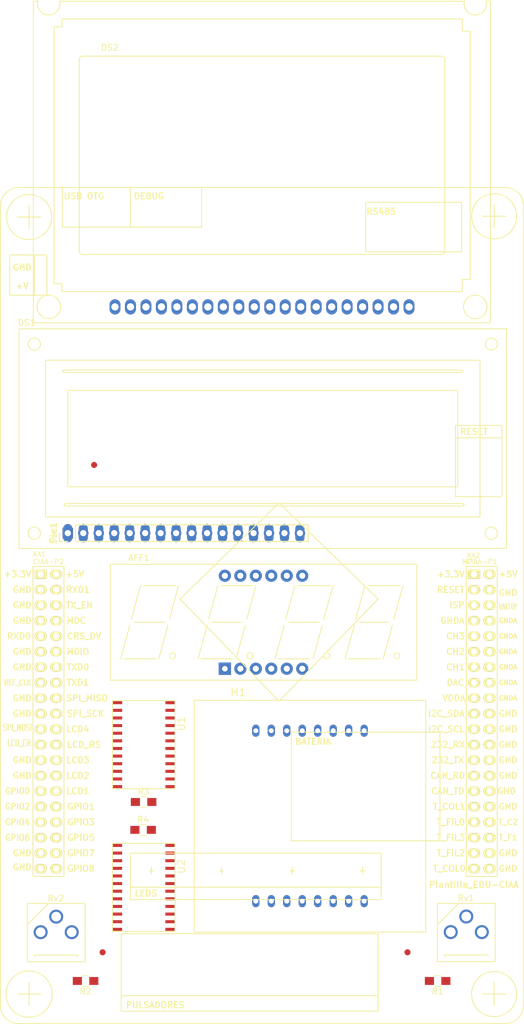
<source format=kicad_pcb>
(kicad_pcb (version 4) (host pcbnew 4.0.6)

  (general
    (links 94)
    (no_connects 94)
    (area 47.855239 20.106999 134.262646 188.362001)
    (thickness 1.6)
    (drawings 0)
    (tracks 0)
    (zones 0)
    (modules 20)
    (nets 116)
  )

  (page A4)
  (layers
    (0 F.Cu signal)
    (31 B.Cu signal)
    (32 B.Adhes user)
    (33 F.Adhes user)
    (34 B.Paste user)
    (35 F.Paste user)
    (36 B.SilkS user)
    (37 F.SilkS user)
    (38 B.Mask user)
    (39 F.Mask user)
    (40 Dwgs.User user)
    (41 Cmts.User user)
    (42 Eco1.User user)
    (43 Eco2.User user)
    (44 Edge.Cuts user)
    (45 Margin user)
    (46 B.CrtYd user)
    (47 F.CrtYd user)
    (48 B.Fab user)
    (49 F.Fab user hide)
  )

  (setup
    (last_trace_width 0.25)
    (trace_clearance 0.2)
    (zone_clearance 0.508)
    (zone_45_only no)
    (trace_min 0.2)
    (segment_width 0.2)
    (edge_width 0.1)
    (via_size 0.6)
    (via_drill 0.4)
    (via_min_size 0.4)
    (via_min_drill 0.3)
    (uvia_size 0.3)
    (uvia_drill 0.1)
    (uvias_allowed no)
    (uvia_min_size 0.2)
    (uvia_min_drill 0.1)
    (pcb_text_width 0.3)
    (pcb_text_size 1.5 1.5)
    (mod_edge_width 0.15)
    (mod_text_size 1 1)
    (mod_text_width 0.15)
    (pad_size 1.7 1.5)
    (pad_drill 1)
    (pad_to_mask_clearance 0)
    (aux_axis_origin 0 0)
    (visible_elements 7FFFF77F)
    (pcbplotparams
      (layerselection 0x00030_80000001)
      (usegerberextensions false)
      (excludeedgelayer true)
      (linewidth 0.100000)
      (plotframeref false)
      (viasonmask false)
      (mode 1)
      (useauxorigin false)
      (hpglpennumber 1)
      (hpglpenspeed 20)
      (hpglpendiameter 15)
      (hpglpenoverlay 2)
      (psnegative false)
      (psa4output false)
      (plotreference true)
      (plotvalue true)
      (plotinvisibletext false)
      (padsonsilk false)
      (subtractmaskfromsilk false)
      (outputformat 1)
      (mirror false)
      (drillshape 1)
      (scaleselection 1)
      (outputdirectory ""))
  )

  (net 0 "")
  (net 1 "/Pines Derechos/S4")
  (net 2 "/Pines Derechos/S3")
  (net 3 "/Pines Derechos/S7")
  (net 4 "/Pines Derechos/S2")
  (net 5 "/Pines Derechos/S6")
  (net 6 "/Pines Derechos/D3")
  (net 7 "/Pines Derechos/D1")
  (net 8 "/Pines Derechos/D2")
  (net 9 "/Pines Derechos/D0")
  (net 10 "/Pines Derechos/S0")
  (net 11 "/Pines Derechos/S1")
  (net 12 "/Pines Derechos/S5")
  (net 13 "Net-(DS1-Pad1)")
  (net 14 +5V)
  (net 15 "Net-(DS1-Pad3)")
  (net 16 "/Pines Izquierdos/RS1")
  (net 17 "Net-(DS1-Pad5)")
  (net 18 "/Pines Izquierdos/E")
  (net 19 "/Pines Izquierdos/D0")
  (net 20 "/Pines Izquierdos/D1")
  (net 21 "/Pines Izquierdos/D2")
  (net 22 "/Pines Izquierdos/D3")
  (net 23 "/Pines Izquierdos/D4")
  (net 24 "/Pines Izquierdos/D5")
  (net 25 "/Pines Izquierdos/D6")
  (net 26 "/Pines Izquierdos/D7")
  (net 27 "Net-(DS1-Pad15)")
  (net 28 "Net-(DS1-Pad16)")
  (net 29 "Net-(DS2-Pad1)")
  (net 30 "Net-(DS2-Pad3)")
  (net 31 "/Pines Izquierdos/RS2")
  (net 32 "Net-(DS2-Pad5)")
  (net 33 "Net-(DS2-Pad15)")
  (net 34 "Net-(DS2-Pad17)")
  (net 35 "Net-(DS2-Pad18)")
  (net 36 "Net-(DS2-Pad20)")
  (net 37 "Net-(F1-Pad1)")
  (net 38 "Net-(F2-Pad1)")
  (net 39 "Net-(F3-Pad1)")
  (net 40 "/Pines Derechos/F6")
  (net 41 "/Pines Derechos/F4")
  (net 42 "/Pines Derechos/C4")
  (net 43 "/Pines Derechos/F1")
  (net 44 "/Pines Derechos/C2")
  (net 45 "/Pines Derechos/C3")
  (net 46 "/Pines Derechos/F3")
  (net 47 "/Pines Derechos/F7")
  (net 48 "/Pines Derechos/C7")
  (net 49 "/Pines Derechos/C5")
  (net 50 "/Pines Derechos/F5")
  (net 51 "/Pines Derechos/C6")
  (net 52 "/Pines Derechos/C1")
  (net 53 "/Pines Derechos/F0")
  (net 54 "/Pines Derechos/C0")
  (net 55 "/Pines Derechos/F2")
  (net 56 "Net-(R3-Pad2)")
  (net 57 "Net-(R4-Pad2)")
  (net 58 "/Pines Derechos/Din")
  (net 59 "Net-(U1-Pad3)")
  (net 60 "Net-(U1-Pad4)")
  (net 61 "Net-(U1-Pad5)")
  (net 62 "Net-(U1-Pad8)")
  (net 63 "Net-(U1-Pad9)")
  (net 64 "Net-(U1-Pad10)")
  (net 65 "/Pines Derechos/LOAD1")
  (net 66 "Net-(U1-Pad24)")
  (net 67 "/Pines Derechos/CLK")
  (net 68 "/Pines Derechos/GND")
  (net 69 "/Pines Derechos/LOAD2")
  (net 70 "Net-(U2-Pad24)")
  (net 71 "Net-(XA1-Pad41)")
  (net 72 "Net-(XA1-Pad43)")
  (net 73 "Net-(XA1-Pad46)")
  (net 74 "Net-(XA1-Pad48)")
  (net 75 "Net-(XA1-Pad49)")
  (net 76 "Net-(XA1-Pad55)")
  (net 77 "Net-(XA1-Pad58)")
  (net 78 "Net-(XA1-Pad60)")
  (net 79 "Net-(XA1-Pad61)")
  (net 80 "Net-(XA1-Pad69)")
  (net 81 "Net-(XA1-Pad71)")
  (net 82 "Net-(XA1-Pad72)")
  (net 83 "Net-(XA1-Pad73)")
  (net 84 "Net-(XA1-Pad74)")
  (net 85 "Net-(XA1-Pad75)")
  (net 86 "Net-(XA1-Pad76)")
  (net 87 "Net-(XA1-Pad77)")
  (net 88 "Net-(XA1-Pad78)")
  (net 89 "Net-(XA1-Pad80)")
  (net 90 "Net-(XA2-Pad1)")
  (net 91 "Net-(XA2-Pad11)")
  (net 92 "Net-(XA2-Pad20)")
  (net 93 "Net-(XA2-Pad13)")
  (net 94 "Net-(XA2-Pad6)")
  (net 95 "Net-(XA2-Pad15)")
  (net 96 "Net-(XA2-Pad8)")
  (net 97 "Net-(XA2-Pad17)")
  (net 98 "Net-(XA2-Pad10)")
  (net 99 "Net-(XA2-Pad19)")
  (net 100 "Net-(XA2-Pad12)")
  (net 101 "Net-(XA2-Pad21)")
  (net 102 "Net-(XA2-Pad14)")
  (net 103 "Net-(XA2-Pad23)")
  (net 104 "Net-(XA2-Pad16)")
  (net 105 "Net-(XA2-Pad25)")
  (net 106 "Net-(XA2-Pad18)")
  (net 107 "Net-(XA2-Pad27)")
  (net 108 "Net-(XA2-Pad29)")
  (net 109 "Net-(XA2-Pad31)")
  (net 110 "Net-(XA2-Pad34)")
  (net 111 "Net-(XA2-Pad36)")
  (net 112 "Net-(XA2-Pad3)")
  (net 113 "Net-(XA2-Pad5)")
  (net 114 "Net-(XA2-Pad7)")
  (net 115 "Net-(XA2-Pad9)")

  (net_class Default "Esta es la clase de red por defecto."
    (clearance 0.2)
    (trace_width 0.25)
    (via_dia 0.6)
    (via_drill 0.4)
    (uvia_dia 0.3)
    (uvia_drill 0.1)
    (add_net +5V)
    (add_net "/Pines Derechos/C0")
    (add_net "/Pines Derechos/C1")
    (add_net "/Pines Derechos/C2")
    (add_net "/Pines Derechos/C3")
    (add_net "/Pines Derechos/C4")
    (add_net "/Pines Derechos/C5")
    (add_net "/Pines Derechos/C6")
    (add_net "/Pines Derechos/C7")
    (add_net "/Pines Derechos/CLK")
    (add_net "/Pines Derechos/D0")
    (add_net "/Pines Derechos/D1")
    (add_net "/Pines Derechos/D2")
    (add_net "/Pines Derechos/D3")
    (add_net "/Pines Derechos/Din")
    (add_net "/Pines Derechos/F0")
    (add_net "/Pines Derechos/F1")
    (add_net "/Pines Derechos/F2")
    (add_net "/Pines Derechos/F3")
    (add_net "/Pines Derechos/F4")
    (add_net "/Pines Derechos/F5")
    (add_net "/Pines Derechos/F6")
    (add_net "/Pines Derechos/F7")
    (add_net "/Pines Derechos/GND")
    (add_net "/Pines Derechos/LOAD1")
    (add_net "/Pines Derechos/LOAD2")
    (add_net "/Pines Derechos/S0")
    (add_net "/Pines Derechos/S1")
    (add_net "/Pines Derechos/S2")
    (add_net "/Pines Derechos/S3")
    (add_net "/Pines Derechos/S4")
    (add_net "/Pines Derechos/S5")
    (add_net "/Pines Derechos/S6")
    (add_net "/Pines Derechos/S7")
    (add_net "/Pines Izquierdos/D0")
    (add_net "/Pines Izquierdos/D1")
    (add_net "/Pines Izquierdos/D2")
    (add_net "/Pines Izquierdos/D3")
    (add_net "/Pines Izquierdos/D4")
    (add_net "/Pines Izquierdos/D5")
    (add_net "/Pines Izquierdos/D6")
    (add_net "/Pines Izquierdos/D7")
    (add_net "/Pines Izquierdos/E")
    (add_net "/Pines Izquierdos/RS1")
    (add_net "/Pines Izquierdos/RS2")
    (add_net "Net-(DS1-Pad1)")
    (add_net "Net-(DS1-Pad15)")
    (add_net "Net-(DS1-Pad16)")
    (add_net "Net-(DS1-Pad3)")
    (add_net "Net-(DS1-Pad5)")
    (add_net "Net-(DS2-Pad1)")
    (add_net "Net-(DS2-Pad15)")
    (add_net "Net-(DS2-Pad17)")
    (add_net "Net-(DS2-Pad18)")
    (add_net "Net-(DS2-Pad20)")
    (add_net "Net-(DS2-Pad3)")
    (add_net "Net-(DS2-Pad5)")
    (add_net "Net-(F1-Pad1)")
    (add_net "Net-(F2-Pad1)")
    (add_net "Net-(F3-Pad1)")
    (add_net "Net-(R3-Pad2)")
    (add_net "Net-(R4-Pad2)")
    (add_net "Net-(U1-Pad10)")
    (add_net "Net-(U1-Pad24)")
    (add_net "Net-(U1-Pad3)")
    (add_net "Net-(U1-Pad4)")
    (add_net "Net-(U1-Pad5)")
    (add_net "Net-(U1-Pad8)")
    (add_net "Net-(U1-Pad9)")
    (add_net "Net-(U2-Pad24)")
    (add_net "Net-(XA1-Pad41)")
    (add_net "Net-(XA1-Pad43)")
    (add_net "Net-(XA1-Pad46)")
    (add_net "Net-(XA1-Pad48)")
    (add_net "Net-(XA1-Pad49)")
    (add_net "Net-(XA1-Pad55)")
    (add_net "Net-(XA1-Pad58)")
    (add_net "Net-(XA1-Pad60)")
    (add_net "Net-(XA1-Pad61)")
    (add_net "Net-(XA1-Pad69)")
    (add_net "Net-(XA1-Pad71)")
    (add_net "Net-(XA1-Pad72)")
    (add_net "Net-(XA1-Pad73)")
    (add_net "Net-(XA1-Pad74)")
    (add_net "Net-(XA1-Pad75)")
    (add_net "Net-(XA1-Pad76)")
    (add_net "Net-(XA1-Pad77)")
    (add_net "Net-(XA1-Pad78)")
    (add_net "Net-(XA1-Pad80)")
    (add_net "Net-(XA2-Pad1)")
    (add_net "Net-(XA2-Pad10)")
    (add_net "Net-(XA2-Pad11)")
    (add_net "Net-(XA2-Pad12)")
    (add_net "Net-(XA2-Pad13)")
    (add_net "Net-(XA2-Pad14)")
    (add_net "Net-(XA2-Pad15)")
    (add_net "Net-(XA2-Pad16)")
    (add_net "Net-(XA2-Pad17)")
    (add_net "Net-(XA2-Pad18)")
    (add_net "Net-(XA2-Pad19)")
    (add_net "Net-(XA2-Pad20)")
    (add_net "Net-(XA2-Pad21)")
    (add_net "Net-(XA2-Pad23)")
    (add_net "Net-(XA2-Pad25)")
    (add_net "Net-(XA2-Pad27)")
    (add_net "Net-(XA2-Pad29)")
    (add_net "Net-(XA2-Pad3)")
    (add_net "Net-(XA2-Pad31)")
    (add_net "Net-(XA2-Pad34)")
    (add_net "Net-(XA2-Pad36)")
    (add_net "Net-(XA2-Pad5)")
    (add_net "Net-(XA2-Pad6)")
    (add_net "Net-(XA2-Pad7)")
    (add_net "Net-(XA2-Pad8)")
    (add_net "Net-(XA2-Pad9)")
  )

  (module FootPrints:Pin_Header_Straight_1x16_Pitch2.54mm (layer F.Cu) (tedit 5862ED52) (tstamp 59360C74)
    (at 59.182 107.696 90)
    (descr "Through hole straight pin header, 1x16, 2.54mm pitch, single row")
    (tags "Through hole pin header THT 1x16 2.54mm single row")
    (fp_text reference Pin1 (at 0 -2.39 90) (layer F.SilkS)
      (effects (font (size 1 1) (thickness 0.15)))
    )
    (fp_text value Pin_Header_Straight_1x16_Pitch2.54mm (at 0 40.49 90) (layer F.Fab)
      (effects (font (size 1 1) (thickness 0.15)))
    )
    (fp_line (start -1.27 -1.27) (end -1.27 39.37) (layer F.Fab) (width 0.1))
    (fp_line (start -1.27 39.37) (end 1.27 39.37) (layer F.Fab) (width 0.1))
    (fp_line (start 1.27 39.37) (end 1.27 -1.27) (layer F.Fab) (width 0.1))
    (fp_line (start 1.27 -1.27) (end -1.27 -1.27) (layer F.Fab) (width 0.1))
    (fp_line (start -1.39 1.27) (end -1.39 39.49) (layer F.SilkS) (width 0.12))
    (fp_line (start -1.39 39.49) (end 1.39 39.49) (layer F.SilkS) (width 0.12))
    (fp_line (start 1.39 39.49) (end 1.39 1.27) (layer F.SilkS) (width 0.12))
    (fp_line (start 1.39 1.27) (end -1.39 1.27) (layer F.SilkS) (width 0.12))
    (fp_line (start -1.39 0) (end -1.39 -1.39) (layer F.SilkS) (width 0.12))
    (fp_line (start -1.39 -1.39) (end 0 -1.39) (layer F.SilkS) (width 0.12))
    (fp_line (start -1.6 -1.6) (end -1.6 39.7) (layer F.CrtYd) (width 0.05))
    (fp_line (start -1.6 39.7) (end 1.6 39.7) (layer F.CrtYd) (width 0.05))
    (fp_line (start 1.6 39.7) (end 1.6 -1.6) (layer F.CrtYd) (width 0.05))
    (fp_line (start 1.6 -1.6) (end -1.6 -1.6) (layer F.CrtYd) (width 0.05))
    (pad 1 thru_hole rect (at 0 0 90) (size 1.7 1.7) (drill 1) (layers *.Cu *.Mask))
    (pad 2 thru_hole oval (at 0 2.54 90) (size 1.7 1.7) (drill 1) (layers *.Cu *.Mask))
    (pad 3 thru_hole oval (at 0 5.08 90) (size 1.7 1.7) (drill 1) (layers *.Cu *.Mask))
    (pad 4 thru_hole oval (at 0 7.62 90) (size 1.7 1.7) (drill 1) (layers *.Cu *.Mask))
    (pad 5 thru_hole oval (at 0 10.16 90) (size 1.7 1.7) (drill 1) (layers *.Cu *.Mask))
    (pad 6 thru_hole oval (at 0 12.7 90) (size 1.7 1.7) (drill 1) (layers *.Cu *.Mask))
    (pad 7 thru_hole oval (at 0 15.24 90) (size 1.7 1.7) (drill 1) (layers *.Cu *.Mask))
    (pad 8 thru_hole oval (at 0 17.78 90) (size 1.7 1.7) (drill 1) (layers *.Cu *.Mask))
    (pad 9 thru_hole oval (at 0 20.32 90) (size 1.7 1.7) (drill 1) (layers *.Cu *.Mask))
    (pad 10 thru_hole oval (at 0 22.86 90) (size 1.7 1.7) (drill 1) (layers *.Cu *.Mask))
    (pad 11 thru_hole oval (at 0 25.4 90) (size 1.7 1.7) (drill 1) (layers *.Cu *.Mask))
    (pad 12 thru_hole oval (at 0 27.94 90) (size 1.7 1.7) (drill 1) (layers *.Cu *.Mask))
    (pad 13 thru_hole oval (at 0 30.48 90) (size 1.7 1.7) (drill 1) (layers *.Cu *.Mask))
    (pad 14 thru_hole oval (at 0 33.02 90) (size 1.7 1.7) (drill 1) (layers *.Cu *.Mask))
    (pad 15 thru_hole oval (at 0 35.56 90) (size 1.7 1.7) (drill 1) (layers *.Cu *.Mask))
    (pad 16 thru_hole oval (at 0 38.1 90) (size 1.7 1.7) (drill 1) (layers *.Cu *.Mask))
    (model Pin_Headers.3dshapes/Pin_Header_Straight_1x16_Pitch2.54mm.wrl
      (at (xyz 0 -0.75 0.321))
      (scale (xyz 1 1 0.7))
      (rotate (xyz 180 0 90))
    )
  )

  (module FootPrints:Conn_Poncho_Derecha (layer F.Cu) (tedit 592CBB8D) (tstamp 592CFB30)
    (at 125.857 114.427)
    (tags "CONN Poncho")
    (path /5926FB74/5926FFDF)
    (fp_text reference XA2 (at -0.127 -3.048) (layer F.SilkS)
      (effects (font (size 0.8 0.8) (thickness 0.12)))
    )
    (fp_text value Conn_Poncho2P_2x_20x2 (at -1.905 51.181) (layer F.SilkS) hide
      (effects (font (size 1.016 1.016) (thickness 0.2032)))
    )
    (fp_text user GND (at 5.588 48.26) (layer F.SilkS)
      (effects (font (size 1 1) (thickness 0.2)))
    )
    (fp_text user GND (at 5.588 45.72) (layer F.SilkS)
      (effects (font (size 1 1) (thickness 0.2)))
    )
    (fp_text user T_F1 (at 5.588 43.18) (layer F.SilkS)
      (effects (font (size 0.9 0.9) (thickness 0.18)))
    )
    (fp_text user T_C2 (at 5.588 40.64) (layer F.SilkS)
      (effects (font (size 0.9 0.9) (thickness 0.18)))
    )
    (fp_text user GND (at 5.588 38.1) (layer F.SilkS)
      (effects (font (size 1 1) (thickness 0.2)))
    )
    (fp_text user GND (at 5.334 35.56) (layer F.SilkS)
      (effects (font (size 1 1) (thickness 0.2)))
    )
    (fp_text user GND (at 5.588 33.02) (layer F.SilkS)
      (effects (font (size 1 1) (thickness 0.2)))
    )
    (fp_text user GND (at 5.588 30.48) (layer F.SilkS)
      (effects (font (size 1 1) (thickness 0.2)))
    )
    (fp_text user GND (at 5.588 27.94) (layer F.SilkS)
      (effects (font (size 1 1) (thickness 0.2)))
    )
    (fp_text user GND (at 5.588 25.4) (layer F.SilkS)
      (effects (font (size 1 1) (thickness 0.2)))
    )
    (fp_text user GND (at 5.588 22.86) (layer F.SilkS)
      (effects (font (size 1 1) (thickness 0.2)))
    )
    (fp_text user GNDA (at 5.588 20.32) (layer F.SilkS)
      (effects (font (size 0.76 0.76) (thickness 0.19)))
    )
    (fp_text user GNDA (at 5.588 17.78) (layer F.SilkS)
      (effects (font (size 0.76 0.76) (thickness 0.19)))
    )
    (fp_text user GNDA (at 5.588 15.24) (layer F.SilkS)
      (effects (font (size 0.76 0.76) (thickness 0.19)))
    )
    (fp_text user GNDA (at 5.588 12.7) (layer F.SilkS)
      (effects (font (size 0.76 0.76) (thickness 0.19)))
    )
    (fp_text user GNDA (at 5.588 10.16) (layer F.SilkS)
      (effects (font (size 0.76 0.76) (thickness 0.19)))
    )
    (fp_text user GNDA (at 5.588 7.62) (layer F.SilkS)
      (effects (font (size 0.76 0.76) (thickness 0.19)))
    )
    (fp_text user WAKEUP (at 5.588 5.334) (layer F.SilkS)
      (effects (font (size 1 0.5) (thickness 0.125)))
    )
    (fp_text user GND (at 5.588 3.048) (layer F.SilkS)
      (effects (font (size 1 1) (thickness 0.2)))
    )
    (fp_text user +5V (at 5.588 0) (layer F.SilkS)
      (effects (font (size 1 1) (thickness 0.2)))
    )
    (fp_text user T_COL0 (at -4.064 48.26) (layer F.SilkS)
      (effects (font (size 1 1) (thickness 0.2)))
    )
    (fp_text user T_FIL2 (at -3.81 45.72) (layer F.SilkS)
      (effects (font (size 1 1) (thickness 0.2)))
    )
    (fp_text user T_FIL3 (at -3.81 43.18) (layer F.SilkS)
      (effects (font (size 1 1) (thickness 0.2)))
    )
    (fp_text user T_FIL0 (at -3.81 40.64) (layer F.SilkS)
      (effects (font (size 1 1) (thickness 0.2)))
    )
    (fp_text user T_COL1 (at -4.064 38.1) (layer F.SilkS)
      (effects (font (size 1 1) (thickness 0.2)))
    )
    (fp_text user CAN_TD (at -4.318 35.56) (layer F.SilkS)
      (effects (font (size 1 1) (thickness 0.2)))
    )
    (fp_text user CAN_RD (at -4.318 33.02) (layer F.SilkS)
      (effects (font (size 1 1) (thickness 0.2)))
    )
    (fp_text user 232_TX (at -4.318 30.48) (layer F.SilkS)
      (effects (font (size 1 1) (thickness 0.2)))
    )
    (fp_text user 232_RX (at -4.318 27.94) (layer F.SilkS)
      (effects (font (size 1 1) (thickness 0.2)))
    )
    (fp_text user I2C_SCL (at -4.572 25.4) (layer F.SilkS)
      (effects (font (size 1 1) (thickness 0.2)))
    )
    (fp_text user I2C_SDA (at -4.572 22.86) (layer F.SilkS)
      (effects (font (size 1 1) (thickness 0.2)))
    )
    (fp_text user VDDA (at -3.302 20.32) (layer F.SilkS)
      (effects (font (size 1 1) (thickness 0.2)))
    )
    (fp_text user DAC (at -3.048 17.78) (layer F.SilkS)
      (effects (font (size 1 1) (thickness 0.2)))
    )
    (fp_text user CH1 (at -3.048 15.24) (layer F.SilkS)
      (effects (font (size 1 1) (thickness 0.2)))
    )
    (fp_text user CH2 (at -3.048 12.7) (layer F.SilkS)
      (effects (font (size 1 1) (thickness 0.2)))
    )
    (fp_text user CH3 (at -3.048 10.16) (layer F.SilkS)
      (effects (font (size 1 1) (thickness 0.2)))
    )
    (fp_text user GNDA (at -3.556 7.62) (layer F.SilkS)
      (effects (font (size 1 1) (thickness 0.2)))
    )
    (fp_text user ISP (at -2.794 5.08) (layer F.SilkS)
      (effects (font (size 1 1) (thickness 0.2)))
    )
    (fp_text user RESET (at -3.81 2.54) (layer F.SilkS)
      (effects (font (size 1 1) (thickness 0.2)))
    )
    (fp_text user CIAA-P1 (at 1.27 -2.032) (layer F.SilkS)
      (effects (font (size 0.8 0.8) (thickness 0.12)))
    )
    (fp_text user +3.3V (at -3.81 0) (layer F.SilkS)
      (effects (font (size 1 1) (thickness 0.2)))
    )
    (fp_line (start -1.27 49.53) (end -1.27 -1.27) (layer F.SilkS) (width 0.15))
    (fp_line (start 3.81 49.53) (end 3.81 -1.27) (layer F.SilkS) (width 0.15))
    (fp_line (start 3.81 49.53) (end -1.27 49.53) (layer F.SilkS) (width 0.15))
    (fp_line (start 3.81 -1.27) (end -1.27 -1.27) (layer F.SilkS) (width 0.15))
    (pad 1 thru_hole rect (at 0 0 270) (size 1.524 2) (drill 1.016) (layers *.Cu *.Mask F.SilkS)
      (net 90 "Net-(XA2-Pad1)"))
    (pad 2 thru_hole oval (at 2.54 0 270) (size 1.524 2) (drill 1.016) (layers *.Cu *.Mask F.SilkS)
      (net 14 +5V))
    (pad 11 thru_hole oval (at 0 12.7 270) (size 1.524 2) (drill 1.016) (layers *.Cu *.Mask F.SilkS)
      (net 91 "Net-(XA2-Pad11)"))
    (pad 4 thru_hole oval (at 2.54 2.54 270) (size 1.524 2) (drill 1.016) (layers *.Cu *.Mask F.SilkS)
      (net 92 "Net-(XA2-Pad20)"))
    (pad 13 thru_hole oval (at 0 15.24 270) (size 1.524 2) (drill 1.016) (layers *.Cu *.Mask F.SilkS)
      (net 93 "Net-(XA2-Pad13)"))
    (pad 6 thru_hole oval (at 2.54 5.08 270) (size 1.524 2) (drill 1.016) (layers *.Cu *.Mask F.SilkS)
      (net 94 "Net-(XA2-Pad6)"))
    (pad 15 thru_hole oval (at 0 17.78 270) (size 1.524 2) (drill 1.016) (layers *.Cu *.Mask F.SilkS)
      (net 95 "Net-(XA2-Pad15)"))
    (pad 8 thru_hole oval (at 2.54 7.62 270) (size 1.524 2) (drill 1.016) (layers *.Cu *.Mask F.SilkS)
      (net 96 "Net-(XA2-Pad8)"))
    (pad 17 thru_hole oval (at 0 20.32 270) (size 1.524 2) (drill 1.016) (layers *.Cu *.Mask F.SilkS)
      (net 97 "Net-(XA2-Pad17)"))
    (pad 10 thru_hole oval (at 2.54 10.16 270) (size 1.524 2) (drill 1.016) (layers *.Cu *.Mask F.SilkS)
      (net 98 "Net-(XA2-Pad10)"))
    (pad 19 thru_hole oval (at 0 22.86 270) (size 1.524 2) (drill 1.016) (layers *.Cu *.Mask F.SilkS)
      (net 99 "Net-(XA2-Pad19)"))
    (pad 12 thru_hole oval (at 2.54 12.7 270) (size 1.524 2) (drill 1.016) (layers *.Cu *.Mask F.SilkS)
      (net 100 "Net-(XA2-Pad12)"))
    (pad 21 thru_hole oval (at 0 25.4 270) (size 1.524 2) (drill 1.016) (layers *.Cu *.Mask F.SilkS)
      (net 101 "Net-(XA2-Pad21)"))
    (pad 14 thru_hole oval (at 2.54 15.24 270) (size 1.524 2) (drill 1.016) (layers *.Cu *.Mask F.SilkS)
      (net 102 "Net-(XA2-Pad14)"))
    (pad 23 thru_hole oval (at 0 27.94 270) (size 1.524 2) (drill 1.016) (layers *.Cu *.Mask F.SilkS)
      (net 103 "Net-(XA2-Pad23)"))
    (pad 16 thru_hole oval (at 2.54 17.78 270) (size 1.524 2) (drill 1.016) (layers *.Cu *.Mask F.SilkS)
      (net 104 "Net-(XA2-Pad16)"))
    (pad 25 thru_hole oval (at 0 30.48 270) (size 1.524 2) (drill 1.016) (layers *.Cu *.Mask F.SilkS)
      (net 105 "Net-(XA2-Pad25)"))
    (pad 18 thru_hole oval (at 2.54 20.32 270) (size 1.524 2) (drill 1.016) (layers *.Cu *.Mask F.SilkS)
      (net 106 "Net-(XA2-Pad18)"))
    (pad 27 thru_hole oval (at 0 33.02 270) (size 1.524 2) (drill 1.016) (layers *.Cu *.Mask F.SilkS)
      (net 107 "Net-(XA2-Pad27)"))
    (pad 20 thru_hole oval (at 2.54 22.86 270) (size 1.524 2) (drill 1.016) (layers *.Cu *.Mask F.SilkS)
      (net 92 "Net-(XA2-Pad20)"))
    (pad 29 thru_hole oval (at 0 35.56 270) (size 1.524 2) (drill 1.016) (layers *.Cu *.Mask F.SilkS)
      (net 108 "Net-(XA2-Pad29)"))
    (pad 22 thru_hole oval (at 2.54 25.4 270) (size 1.524 2) (drill 1.016) (layers *.Cu *.Mask F.SilkS)
      (net 92 "Net-(XA2-Pad20)"))
    (pad 31 thru_hole oval (at 0 38.1 270) (size 1.524 2) (drill 1.016) (layers *.Cu *.Mask F.SilkS)
      (net 109 "Net-(XA2-Pad31)"))
    (pad 24 thru_hole oval (at 2.54 27.94 270) (size 1.524 2) (drill 1.016) (layers *.Cu *.Mask F.SilkS)
      (net 92 "Net-(XA2-Pad20)"))
    (pad 26 thru_hole oval (at 2.54 30.48 270) (size 1.524 2) (drill 1.016) (layers *.Cu *.Mask F.SilkS)
      (net 92 "Net-(XA2-Pad20)"))
    (pad 33 thru_hole oval (at 0 40.64 270) (size 1.524 2) (drill 1.016) (layers *.Cu *.Mask F.SilkS)
      (net 67 "/Pines Derechos/CLK"))
    (pad 28 thru_hole oval (at 2.54 33.02 270) (size 1.524 2) (drill 1.016) (layers *.Cu *.Mask F.SilkS)
      (net 92 "Net-(XA2-Pad20)"))
    (pad 32 thru_hole oval (at 2.54 38.1 270) (size 1.524 2) (drill 1.016) (layers *.Cu *.Mask F.SilkS)
      (net 92 "Net-(XA2-Pad20)"))
    (pad 34 thru_hole oval (at 2.54 40.64 270) (size 1.524 2) (drill 1.016) (layers *.Cu *.Mask F.SilkS)
      (net 110 "Net-(XA2-Pad34)"))
    (pad 36 thru_hole oval (at 2.54 43.18 270) (size 1.524 2) (drill 1.016) (layers *.Cu *.Mask F.SilkS)
      (net 111 "Net-(XA2-Pad36)"))
    (pad 38 thru_hole oval (at 2.54 45.72 270) (size 1.524 2) (drill 1.016) (layers *.Cu *.Mask F.SilkS)
      (net 92 "Net-(XA2-Pad20)"))
    (pad 35 thru_hole oval (at 0 43.18 270) (size 1.524 2) (drill 1.016) (layers *.Cu *.Mask F.SilkS)
      (net 69 "/Pines Derechos/LOAD2"))
    (pad 37 thru_hole oval (at 0 45.72 270) (size 1.524 2) (drill 1.016) (layers *.Cu *.Mask F.SilkS)
      (net 65 "/Pines Derechos/LOAD1"))
    (pad 3 thru_hole oval (at 0 2.54 270) (size 1.524 2) (drill 1.016) (layers *.Cu *.Mask F.SilkS)
      (net 112 "Net-(XA2-Pad3)"))
    (pad 5 thru_hole oval (at 0 5.08 270) (size 1.524 2) (drill 1.016) (layers *.Cu *.Mask F.SilkS)
      (net 113 "Net-(XA2-Pad5)"))
    (pad 7 thru_hole oval (at 0 7.62 270) (size 1.524 2) (drill 1.016) (layers *.Cu *.Mask F.SilkS)
      (net 114 "Net-(XA2-Pad7)"))
    (pad 9 thru_hole oval (at 0 10.16 270) (size 1.524 2) (drill 1.016) (layers *.Cu *.Mask F.SilkS)
      (net 115 "Net-(XA2-Pad9)"))
    (pad 39 thru_hole oval (at 0 48.26 270) (size 1.524 2) (drill 1.016) (layers *.Cu *.Mask F.SilkS)
      (net 58 "/Pines Derechos/Din"))
    (pad 40 thru_hole oval (at 2.54 48.26 270) (size 1.524 2) (drill 1.016) (layers *.Cu *.Mask F.SilkS)
      (net 92 "Net-(XA2-Pad20)"))
    (pad 30 thru_hole oval (at 2.54 35.56 270) (size 1.524 2) (drill 1.016) (layers *.Cu *.Mask F.SilkS)
      (net 92 "Net-(XA2-Pad20)"))
    (model "D:/Especialización en Sistemas Embebidos UBA/Octubre-Noviembre/Diseño de PCBs/TP Final - Jhon Jairo Vargas Yaya/Proyecto/Componentes.3DShapes/pin_strip_2mm_20x2.wrl"
      (at (xyz 0.05 -0.95 -0.07000000000000001))
      (scale (xyz 1.27 1.28 1))
      (rotate (xyz 0 180 90))
    )
  )

  (module FootPrints:Conn_Poncho_Izquierdo (layer F.Cu) (tedit 592CBBAC) (tstamp 592CFAD7)
    (at 54.737 114.427)
    (tags "CONN Poncho")
    (path /591BB8C8/591BB8D3)
    (fp_text reference XA1 (at -0.254 -3.302) (layer F.SilkS)
      (effects (font (size 0.8 0.8) (thickness 0.12)))
    )
    (fp_text value Conn_Poncho2P_2x_20x2 (at 3.175 51.435) (layer F.SilkS) hide
      (effects (font (size 1.016 1.016) (thickness 0.2032)))
    )
    (fp_text user GPIO8 (at 6.604 48.26) (layer F.SilkS)
      (effects (font (size 1 1) (thickness 0.2)))
    )
    (fp_text user GPIO7 (at 6.604 45.72) (layer F.SilkS)
      (effects (font (size 1 1) (thickness 0.2)))
    )
    (fp_text user GPIO5 (at 6.604 43.18) (layer F.SilkS)
      (effects (font (size 1 1) (thickness 0.2)))
    )
    (fp_text user GPIO3 (at 6.604 40.64) (layer F.SilkS)
      (effects (font (size 1 1) (thickness 0.2)))
    )
    (fp_text user GPIO1 (at 6.604 38.1) (layer F.SilkS)
      (effects (font (size 1 1) (thickness 0.2)))
    )
    (fp_text user LCD1 (at 6.096 35.56) (layer F.SilkS)
      (effects (font (size 1 1) (thickness 0.2)))
    )
    (fp_text user LCD2 (at 6.096 33.02) (layer F.SilkS)
      (effects (font (size 1 1) (thickness 0.2)))
    )
    (fp_text user LCD3 (at 6.096 30.48) (layer F.SilkS)
      (effects (font (size 1 1) (thickness 0.2)))
    )
    (fp_text user LCD_RS (at 7.112 27.94) (layer F.SilkS)
      (effects (font (size 1 1) (thickness 0.2)))
    )
    (fp_text user LCD4 (at 6.096 25.4) (layer F.SilkS)
      (effects (font (size 1 1) (thickness 0.2)))
    )
    (fp_text user SPI_SCK (at 7.366 22.86) (layer F.SilkS)
      (effects (font (size 1 1) (thickness 0.2)))
    )
    (fp_text user SPI_MISO (at 7.62 20.32) (layer F.SilkS)
      (effects (font (size 1 1) (thickness 0.2)))
    )
    (fp_text user TXD1 (at 6.096 17.78) (layer F.SilkS)
      (effects (font (size 1 1) (thickness 0.2)))
    )
    (fp_text user TXD0 (at 6.096 15.24) (layer F.SilkS)
      (effects (font (size 1 1) (thickness 0.2)))
    )
    (fp_text user MDIO (at 6.096 12.7) (layer F.SilkS)
      (effects (font (size 1 1) (thickness 0.2)))
    )
    (fp_text user CRS_DV (at 7.112 10.16) (layer F.SilkS)
      (effects (font (size 1 1) (thickness 0.2)))
    )
    (fp_text user MDC (at 5.842 7.62) (layer F.SilkS)
      (effects (font (size 1 1) (thickness 0.2)))
    )
    (fp_text user TX_EN (at 6.35 5.08) (layer F.SilkS)
      (effects (font (size 1 1) (thickness 0.2)))
    )
    (fp_text user RXD1 (at 6.096 2.54) (layer F.SilkS)
      (effects (font (size 1 1) (thickness 0.2)))
    )
    (fp_text user +5V (at 5.588 0) (layer F.SilkS)
      (effects (font (size 1 1) (thickness 0.2)))
    )
    (fp_text user GND (at -3.048 48.006) (layer F.SilkS)
      (effects (font (size 1 1) (thickness 0.2)))
    )
    (fp_text user GND (at -3.048 45.72) (layer F.SilkS)
      (effects (font (size 1 1) (thickness 0.2)))
    )
    (fp_text user GPIO6 (at -3.81 43.18) (layer F.SilkS)
      (effects (font (size 1 0.9) (thickness 0.2)))
    )
    (fp_text user GPIO4 (at -3.81 40.64) (layer F.SilkS)
      (effects (font (size 1 0.9) (thickness 0.2)))
    )
    (fp_text user GPIO2 (at -3.81 38.1) (layer F.SilkS)
      (effects (font (size 1 0.9) (thickness 0.2)))
    )
    (fp_text user GPIO0 (at -3.81 35.56) (layer F.SilkS)
      (effects (font (size 1 0.9) (thickness 0.2)))
    )
    (fp_text user GND (at -3.048 33.02) (layer F.SilkS)
      (effects (font (size 1 1) (thickness 0.2)))
    )
    (fp_text user GND (at -3.048 30.48) (layer F.SilkS)
      (effects (font (size 1 1) (thickness 0.2)))
    )
    (fp_text user LCD_EN (at -3.556 27.686) (layer F.SilkS)
      (effects (font (size 1 0.7) (thickness 0.17)))
    )
    (fp_text user SPI_MOSI (at -3.81 25.146) (layer F.SilkS)
      (effects (font (size 1 0.7) (thickness 0.17)))
    )
    (fp_text user GND (at -3.048 22.86) (layer F.SilkS)
      (effects (font (size 1 1) (thickness 0.2)))
    )
    (fp_text user GND (at -3.048 20.32) (layer F.SilkS)
      (effects (font (size 1 1) (thickness 0.2)))
    )
    (fp_text user REF_CLK (at -3.81 17.78) (layer F.SilkS)
      (effects (font (size 0.9 0.7) (thickness 0.175)))
    )
    (fp_text user GND (at -3.048 15.24) (layer F.SilkS)
      (effects (font (size 1 1) (thickness 0.2)))
    )
    (fp_text user GND (at -3.048 12.7) (layer F.SilkS)
      (effects (font (size 1 1) (thickness 0.2)))
    )
    (fp_text user GND (at -3.048 7.62) (layer F.SilkS)
      (effects (font (size 1 1) (thickness 0.2)))
    )
    (fp_text user RXD0 (at -3.556 10.16) (layer F.SilkS)
      (effects (font (size 1 1) (thickness 0.2)))
    )
    (fp_text user GND (at -3.048 5.08) (layer F.SilkS)
      (effects (font (size 1 1) (thickness 0.2)))
    )
    (fp_text user GND (at -3.048 2.54) (layer F.SilkS)
      (effects (font (size 1 1) (thickness 0.2)))
    )
    (fp_text user +3.3V (at -3.81 0) (layer F.SilkS)
      (effects (font (size 1 1) (thickness 0.2)))
    )
    (fp_text user CIAA-P2 (at 1.27 -2.032) (layer F.SilkS)
      (effects (font (size 0.8 0.8) (thickness 0.12)))
    )
    (fp_line (start -1.27 0) (end -1.27 -1.27) (layer F.SilkS) (width 0.15))
    (fp_line (start -1.27 -1.27) (end 3.81 -1.27) (layer F.SilkS) (width 0.15))
    (fp_line (start 3.81 -1.27) (end 3.81 49.53) (layer F.SilkS) (width 0.15))
    (fp_line (start 3.81 49.53) (end -1.27 49.53) (layer F.SilkS) (width 0.15))
    (fp_line (start -1.27 49.53) (end -1.27 0) (layer F.SilkS) (width 0.15))
    (pad 41 thru_hole rect (at 0 0 270) (size 1.524 2) (drill 1.016) (layers *.Cu *.Mask F.SilkS)
      (net 71 "Net-(XA1-Pad41)"))
    (pad 42 thru_hole oval (at 2.54 0 270) (size 1.524 2) (drill 1.016) (layers *.Cu *.Mask F.SilkS)
      (net 14 +5V))
    (pad 43 thru_hole oval (at 0 2.54 270) (size 1.524 2) (drill 1.016) (layers *.Cu *.Mask F.SilkS)
      (net 72 "Net-(XA1-Pad43)"))
    (pad 44 thru_hole oval (at 2.54 2.54 270) (size 1.524 2) (drill 1.016) (layers *.Cu *.Mask F.SilkS)
      (net 31 "/Pines Izquierdos/RS2"))
    (pad 45 thru_hole oval (at 0 5.08 270) (size 1.524 2) (drill 1.016) (layers *.Cu *.Mask F.SilkS)
      (net 72 "Net-(XA1-Pad43)"))
    (pad 46 thru_hole oval (at 2.54 5.08 270) (size 1.524 2) (drill 1.016) (layers *.Cu *.Mask F.SilkS)
      (net 73 "Net-(XA1-Pad46)"))
    (pad 47 thru_hole oval (at 0 7.62 270) (size 1.524 2) (drill 1.016) (layers *.Cu *.Mask F.SilkS)
      (net 72 "Net-(XA1-Pad43)"))
    (pad 48 thru_hole oval (at 2.54 7.62 270) (size 1.524 2) (drill 1.016) (layers *.Cu *.Mask F.SilkS)
      (net 74 "Net-(XA1-Pad48)"))
    (pad 49 thru_hole oval (at 0 10.16 270) (size 1.524 2) (drill 1.016) (layers *.Cu *.Mask F.SilkS)
      (net 75 "Net-(XA1-Pad49)"))
    (pad 50 thru_hole oval (at 2.54 10.16 270) (size 1.524 2) (drill 1.016) (layers *.Cu *.Mask F.SilkS)
      (net 26 "/Pines Izquierdos/D7"))
    (pad 51 thru_hole oval (at 0 12.7 270) (size 1.524 2) (drill 1.016) (layers *.Cu *.Mask F.SilkS)
      (net 72 "Net-(XA1-Pad43)"))
    (pad 52 thru_hole oval (at 2.54 12.7 270) (size 1.524 2) (drill 1.016) (layers *.Cu *.Mask F.SilkS)
      (net 25 "/Pines Izquierdos/D6"))
    (pad 53 thru_hole oval (at 0 15.24 270) (size 1.524 2) (drill 1.016) (layers *.Cu *.Mask F.SilkS)
      (net 72 "Net-(XA1-Pad43)"))
    (pad 54 thru_hole oval (at 2.54 15.24 270) (size 1.524 2) (drill 1.016) (layers *.Cu *.Mask F.SilkS)
      (net 24 "/Pines Izquierdos/D5"))
    (pad 55 thru_hole oval (at 0 17.78 270) (size 1.524 2) (drill 1.016) (layers *.Cu *.Mask F.SilkS)
      (net 76 "Net-(XA1-Pad55)"))
    (pad 56 thru_hole oval (at 2.54 17.78 270) (size 1.524 2) (drill 1.016) (layers *.Cu *.Mask F.SilkS)
      (net 23 "/Pines Izquierdos/D4"))
    (pad 57 thru_hole oval (at 0 20.32 270) (size 1.524 2) (drill 1.016) (layers *.Cu *.Mask F.SilkS)
      (net 72 "Net-(XA1-Pad43)"))
    (pad 58 thru_hole oval (at 2.54 20.32 270) (size 1.524 2) (drill 1.016) (layers *.Cu *.Mask F.SilkS)
      (net 77 "Net-(XA1-Pad58)"))
    (pad 59 thru_hole oval (at 0 22.86 270) (size 1.524 2) (drill 1.016) (layers *.Cu *.Mask F.SilkS)
      (net 72 "Net-(XA1-Pad43)"))
    (pad 60 thru_hole oval (at 2.54 22.86 270) (size 1.524 2) (drill 1.016) (layers *.Cu *.Mask F.SilkS)
      (net 78 "Net-(XA1-Pad60)"))
    (pad 61 thru_hole oval (at 0 25.4 270) (size 1.524 2) (drill 1.016) (layers *.Cu *.Mask F.SilkS)
      (net 79 "Net-(XA1-Pad61)"))
    (pad 62 thru_hole oval (at 2.54 25.4 270) (size 1.524 2) (drill 1.016) (layers *.Cu *.Mask F.SilkS)
      (net 22 "/Pines Izquierdos/D3"))
    (pad 63 thru_hole oval (at 0 27.94 270) (size 1.524 2) (drill 1.016) (layers *.Cu *.Mask F.SilkS)
      (net 18 "/Pines Izquierdos/E"))
    (pad 64 thru_hole oval (at 2.54 27.94 270) (size 1.524 2) (drill 1.016) (layers *.Cu *.Mask F.SilkS)
      (net 16 "/Pines Izquierdos/RS1"))
    (pad 65 thru_hole oval (at 0 30.48 270) (size 1.524 2) (drill 1.016) (layers *.Cu *.Mask F.SilkS)
      (net 72 "Net-(XA1-Pad43)"))
    (pad 66 thru_hole oval (at 2.54 30.48 270) (size 1.524 2) (drill 1.016) (layers *.Cu *.Mask F.SilkS)
      (net 21 "/Pines Izquierdos/D2"))
    (pad 67 thru_hole oval (at 0 33.02 270) (size 1.524 2) (drill 1.016) (layers *.Cu *.Mask F.SilkS)
      (net 72 "Net-(XA1-Pad43)"))
    (pad 68 thru_hole oval (at 2.54 33.02 270) (size 1.524 2) (drill 1.016) (layers *.Cu *.Mask F.SilkS)
      (net 20 "/Pines Izquierdos/D1"))
    (pad 69 thru_hole oval (at 0 35.56 270) (size 1.524 2) (drill 1.016) (layers *.Cu *.Mask F.SilkS)
      (net 80 "Net-(XA1-Pad69)"))
    (pad 70 thru_hole oval (at 2.54 35.56 270) (size 1.524 2) (drill 1.016) (layers *.Cu *.Mask F.SilkS)
      (net 19 "/Pines Izquierdos/D0"))
    (pad 71 thru_hole oval (at 0 38.1 270) (size 1.524 2) (drill 1.016) (layers *.Cu *.Mask F.SilkS)
      (net 81 "Net-(XA1-Pad71)"))
    (pad 72 thru_hole oval (at 2.54 38.1 270) (size 1.524 2) (drill 1.016) (layers *.Cu *.Mask F.SilkS)
      (net 82 "Net-(XA1-Pad72)"))
    (pad 73 thru_hole oval (at 0 40.64 270) (size 1.524 2) (drill 1.016) (layers *.Cu *.Mask F.SilkS)
      (net 83 "Net-(XA1-Pad73)"))
    (pad 74 thru_hole oval (at 2.54 40.64 270) (size 1.524 2) (drill 1.016) (layers *.Cu *.Mask F.SilkS)
      (net 84 "Net-(XA1-Pad74)"))
    (pad 75 thru_hole oval (at 0 43.18 270) (size 1.524 2) (drill 1.016) (layers *.Cu *.Mask F.SilkS)
      (net 85 "Net-(XA1-Pad75)"))
    (pad 76 thru_hole oval (at 2.54 43.18 270) (size 1.524 2) (drill 1.016) (layers *.Cu *.Mask F.SilkS)
      (net 86 "Net-(XA1-Pad76)"))
    (pad 77 thru_hole oval (at 0 45.72 270) (size 1.524 2) (drill 1.016) (layers *.Cu *.Mask F.SilkS)
      (net 87 "Net-(XA1-Pad77)"))
    (pad 78 thru_hole oval (at 2.54 45.72 270) (size 1.524 2) (drill 1.016) (layers *.Cu *.Mask F.SilkS)
      (net 88 "Net-(XA1-Pad78)"))
    (pad 79 thru_hole oval (at 0 48.26 270) (size 1.524 2) (drill 1.016) (layers *.Cu *.Mask F.SilkS)
      (net 87 "Net-(XA1-Pad77)"))
    (pad 80 thru_hole oval (at 2.54 48.26 270) (size 1.524 2) (drill 1.016) (layers *.Cu *.Mask F.SilkS)
      (net 89 "Net-(XA1-Pad80)"))
    (model "D:/Especialización en Sistemas Embebidos UBA/Octubre-Noviembre/Diseño de PCBs/TP Final - Jhon Jairo Vargas Yaya/Proyecto/Componentes.3DShapes/pin_strip_2mm_20x2.wrl"
      (at (xyz 0.05 -0.95 -0.07000000000000001))
      (scale (xyz 1.27 1.28 1))
      (rotate (xyz 0 180 90))
    )
  )

  (module FootPrints:MAX7219 (layer F.Cu) (tedit 592CC480) (tstamp 592CFA7D)
    (at 71.746 165.89 270)
    (path /5926FB74/59275BCD)
    (fp_text reference U2 (at -3.55 -6.05 450) (layer F.SilkS)
      (effects (font (size 1.2 1.2) (thickness 0.15)))
    )
    (fp_text value MAX7219 (at 0 0 270) (layer F.Fab)
      (effects (font (size 1.2 1.2) (thickness 0.15)))
    )
    (fp_line (start -7.35 -5.05) (end -7.35 5.25) (layer F.SilkS) (width 0.15))
    (fp_line (start -7.35 5.25) (end 7.1 5.25) (layer F.SilkS) (width 0.15))
    (fp_line (start 7.1 5.25) (end 7.1 -5.05) (layer F.SilkS) (width 0.15))
    (fp_line (start 7.1 -5.05) (end -7.35 -5.05) (layer F.SilkS) (width 0.15))
    (pad 1 smd rect (at -7 4.4 270) (size 0.5 1.5) (layers F.Cu F.Paste F.Mask)
      (net 58 "/Pines Derechos/Din"))
    (pad 2 smd rect (at -5.75 4.4 270) (size 0.5 1.5) (layers F.Cu F.Paste F.Mask)
      (net 54 "/Pines Derechos/C0"))
    (pad 3 smd rect (at -4.5 4.4 270) (size 0.5 1.5) (layers F.Cu F.Paste F.Mask)
      (net 42 "/Pines Derechos/C4"))
    (pad 4 smd rect (at -3.25 4.4 270) (size 0.5 1.5) (layers F.Cu F.Paste F.Mask)
      (net 68 "/Pines Derechos/GND"))
    (pad 5 smd rect (at -2 4.4 270) (size 0.5 1.5) (layers F.Cu F.Paste F.Mask)
      (net 51 "/Pines Derechos/C6"))
    (pad 6 smd rect (at -0.75 4.4 270) (size 0.5 1.5) (layers F.Cu F.Paste F.Mask)
      (net 44 "/Pines Derechos/C2"))
    (pad 7 smd rect (at 0.5 4.4 270) (size 0.5 1.5) (layers F.Cu F.Paste F.Mask)
      (net 45 "/Pines Derechos/C3"))
    (pad 8 smd rect (at 1.75 4.4 270) (size 0.5 1.5) (layers F.Cu F.Paste F.Mask)
      (net 48 "/Pines Derechos/C7"))
    (pad 9 smd rect (at 3 4.4 270) (size 0.5 1.5) (layers F.Cu F.Paste F.Mask)
      (net 68 "/Pines Derechos/GND"))
    (pad 10 smd rect (at 4.25 4.4 270) (size 0.5 1.5) (layers F.Cu F.Paste F.Mask)
      (net 49 "/Pines Derechos/C5"))
    (pad 11 smd rect (at 5.5 4.4 270) (size 0.5 1.5) (layers F.Cu F.Paste F.Mask)
      (net 52 "/Pines Derechos/C1"))
    (pad 12 smd rect (at 6.75 4.4 270) (size 0.5 1.5) (layers F.Cu F.Paste F.Mask)
      (net 69 "/Pines Derechos/LOAD2"))
    (pad 21 smd rect (at -3.25 -4.2 270) (size 0.5 1.5) (layers F.Cu F.Paste F.Mask)
      (net 41 "/Pines Derechos/F4"))
    (pad 24 smd rect (at -7 -4.2 270) (size 0.5 1.5) (layers F.Cu F.Paste F.Mask)
      (net 70 "Net-(U2-Pad24)"))
    (pad 23 smd rect (at -5.75 -4.2 270) (size 0.5 1.5) (layers F.Cu F.Paste F.Mask)
      (net 46 "/Pines Derechos/F3"))
    (pad 22 smd rect (at -4.5 -4.2 270) (size 0.5 1.5) (layers F.Cu F.Paste F.Mask)
      (net 47 "/Pines Derechos/F7"))
    (pad 20 smd rect (at -2 -4.2 270) (size 0.5 1.5) (layers F.Cu F.Paste F.Mask)
      (net 55 "/Pines Derechos/F2"))
    (pad 19 smd rect (at -0.75 -4.2 270) (size 0.5 1.5) (layers F.Cu F.Paste F.Mask)
      (net 14 +5V))
    (pad 14 smd rect (at 5.5 -4.2 270) (size 0.5 1.5) (layers F.Cu F.Paste F.Mask)
      (net 53 "/Pines Derechos/F0"))
    (pad 15 smd rect (at 4.25 -4.2 270) (size 0.5 1.5) (layers F.Cu F.Paste F.Mask)
      (net 50 "/Pines Derechos/F5"))
    (pad 18 smd rect (at 0.5 -4.2 270) (size 0.5 1.5) (layers F.Cu F.Paste F.Mask)
      (net 57 "Net-(R4-Pad2)"))
    (pad 17 smd rect (at 1.75 -4.2 270) (size 0.5 1.5) (layers F.Cu F.Paste F.Mask)
      (net 40 "/Pines Derechos/F6"))
    (pad 16 smd rect (at 3 -4.2 270) (size 0.5 1.5) (layers F.Cu F.Paste F.Mask)
      (net 43 "/Pines Derechos/F1"))
    (pad 13 smd rect (at 6.75 -4.2 270) (size 0.5 1.5) (layers F.Cu F.Paste F.Mask)
      (net 67 "/Pines Derechos/CLK"))
  )

  (module FootPrints:MAX7219 (layer F.Cu) (tedit 592CC480) (tstamp 592CFA5D)
    (at 71.755 142.494 270)
    (path /5926FB74/59270D61)
    (fp_text reference U1 (at -3.55 -6.05 450) (layer F.SilkS)
      (effects (font (size 1.2 1.2) (thickness 0.15)))
    )
    (fp_text value MAX7219 (at 0 0 270) (layer F.Fab)
      (effects (font (size 1.2 1.2) (thickness 0.15)))
    )
    (fp_line (start -7.35 -5.05) (end -7.35 5.25) (layer F.SilkS) (width 0.15))
    (fp_line (start -7.35 5.25) (end 7.1 5.25) (layer F.SilkS) (width 0.15))
    (fp_line (start 7.1 5.25) (end 7.1 -5.05) (layer F.SilkS) (width 0.15))
    (fp_line (start 7.1 -5.05) (end -7.35 -5.05) (layer F.SilkS) (width 0.15))
    (pad 1 smd rect (at -7 4.4 270) (size 0.5 1.5) (layers F.Cu F.Paste F.Mask)
      (net 58 "/Pines Derechos/Din"))
    (pad 2 smd rect (at -5.75 4.4 270) (size 0.5 1.5) (layers F.Cu F.Paste F.Mask)
      (net 9 "/Pines Derechos/D0"))
    (pad 3 smd rect (at -4.5 4.4 270) (size 0.5 1.5) (layers F.Cu F.Paste F.Mask)
      (net 59 "Net-(U1-Pad3)"))
    (pad 4 smd rect (at -3.25 4.4 270) (size 0.5 1.5) (layers F.Cu F.Paste F.Mask)
      (net 60 "Net-(U1-Pad4)"))
    (pad 5 smd rect (at -2 4.4 270) (size 0.5 1.5) (layers F.Cu F.Paste F.Mask)
      (net 61 "Net-(U1-Pad5)"))
    (pad 6 smd rect (at -0.75 4.4 270) (size 0.5 1.5) (layers F.Cu F.Paste F.Mask)
      (net 8 "/Pines Derechos/D2"))
    (pad 7 smd rect (at 0.5 4.4 270) (size 0.5 1.5) (layers F.Cu F.Paste F.Mask)
      (net 6 "/Pines Derechos/D3"))
    (pad 8 smd rect (at 1.75 4.4 270) (size 0.5 1.5) (layers F.Cu F.Paste F.Mask)
      (net 62 "Net-(U1-Pad8)"))
    (pad 9 smd rect (at 3 4.4 270) (size 0.5 1.5) (layers F.Cu F.Paste F.Mask)
      (net 63 "Net-(U1-Pad9)"))
    (pad 10 smd rect (at 4.25 4.4 270) (size 0.5 1.5) (layers F.Cu F.Paste F.Mask)
      (net 64 "Net-(U1-Pad10)"))
    (pad 11 smd rect (at 5.5 4.4 270) (size 0.5 1.5) (layers F.Cu F.Paste F.Mask)
      (net 7 "/Pines Derechos/D1"))
    (pad 12 smd rect (at 6.75 4.4 270) (size 0.5 1.5) (layers F.Cu F.Paste F.Mask)
      (net 65 "/Pines Derechos/LOAD1"))
    (pad 21 smd rect (at -3.25 -4.2 270) (size 0.5 1.5) (layers F.Cu F.Paste F.Mask)
      (net 1 "/Pines Derechos/S4"))
    (pad 24 smd rect (at -7 -4.2 270) (size 0.5 1.5) (layers F.Cu F.Paste F.Mask)
      (net 66 "Net-(U1-Pad24)"))
    (pad 23 smd rect (at -5.75 -4.2 270) (size 0.5 1.5) (layers F.Cu F.Paste F.Mask)
      (net 2 "/Pines Derechos/S3"))
    (pad 22 smd rect (at -4.5 -4.2 270) (size 0.5 1.5) (layers F.Cu F.Paste F.Mask)
      (net 3 "/Pines Derechos/S7"))
    (pad 20 smd rect (at -2 -4.2 270) (size 0.5 1.5) (layers F.Cu F.Paste F.Mask)
      (net 4 "/Pines Derechos/S2"))
    (pad 19 smd rect (at -0.75 -4.2 270) (size 0.5 1.5) (layers F.Cu F.Paste F.Mask)
      (net 14 +5V))
    (pad 14 smd rect (at 5.5 -4.2 270) (size 0.5 1.5) (layers F.Cu F.Paste F.Mask)
      (net 10 "/Pines Derechos/S0"))
    (pad 15 smd rect (at 4.25 -4.2 270) (size 0.5 1.5) (layers F.Cu F.Paste F.Mask)
      (net 12 "/Pines Derechos/S5"))
    (pad 18 smd rect (at 0.5 -4.2 270) (size 0.5 1.5) (layers F.Cu F.Paste F.Mask)
      (net 56 "Net-(R3-Pad2)"))
    (pad 17 smd rect (at 1.75 -4.2 270) (size 0.5 1.5) (layers F.Cu F.Paste F.Mask)
      (net 5 "/Pines Derechos/S6"))
    (pad 16 smd rect (at 3 -4.2 270) (size 0.5 1.5) (layers F.Cu F.Paste F.Mask)
      (net 11 "/Pines Derechos/S1"))
    (pad 13 smd rect (at 6.75 -4.2 270) (size 0.5 1.5) (layers F.Cu F.Paste F.Mask)
      (net 67 "/Pines Derechos/CLK"))
  )

  (module FootPrints:POT_SMD (layer F.Cu) (tedit 592CD0A2) (tstamp 592CFA3D)
    (at 57.277 172.611)
    (descr "module CMS Potentiometre")
    (tags "CMS POT")
    (path /591BB8C8/5926289E)
    (attr smd)
    (fp_text reference Rv2 (at -0.05 -5.05) (layer F.SilkS)
      (effects (font (size 1 1) (thickness 0.15)))
    )
    (fp_text value 10K (at 0 6.35) (layer F.Fab)
      (effects (font (size 1 1) (thickness 0.15)))
    )
    (fp_line (start -1.25 -4.2) (end -4.75 -0.7) (layer F.SilkS) (width 0.15))
    (fp_line (start 3.55 4.5) (end 3.55 4.25) (layer F.SilkS) (width 0.15))
    (fp_line (start 3.55 4.25) (end -3.55 4.25) (layer F.SilkS) (width 0.15))
    (fp_line (start -3.55 4.5) (end -3.55 4.25) (layer F.SilkS) (width 0.15))
    (fp_line (start 4.75 5.35) (end 4.75 -4.2) (layer F.SilkS) (width 0.15))
    (fp_line (start 4.75 -4.2) (end -4.75 -4.2) (layer F.SilkS) (width 0.15))
    (fp_line (start -4.75 5.35) (end -4.75 -4.2) (layer F.SilkS) (width 0.15))
    (fp_line (start 4.75 5.35) (end -4.75 5.35) (layer F.SilkS) (width 0.15))
    (pad 1 thru_hole circle (at -2.55 0.5) (size 2.3 2.3) (drill 1.6) (layers *.Cu *.Mask)
      (net 14 +5V))
    (pad 2 thru_hole circle (at 0 -2.05) (size 2.3 2.3) (drill 1.6) (layers *.Cu *.Mask)
      (net 30 "Net-(DS2-Pad3)"))
    (pad 3 thru_hole circle (at 2.55 0.5) (size 2.3 2.3) (drill 1.6) (layers *.Cu *.Mask)
      (net 32 "Net-(DS2-Pad5)"))
  )

  (module FootPrints:POT_SMD (layer F.Cu) (tedit 592CD0A2) (tstamp 592CFA2E)
    (at 124.587 172.593)
    (descr "module CMS Potentiometre")
    (tags "CMS POT")
    (path /591BB8C8/5924CA6D)
    (attr smd)
    (fp_text reference Rv1 (at -0.05 -5.05) (layer F.SilkS)
      (effects (font (size 1 1) (thickness 0.15)))
    )
    (fp_text value 10K (at 0 6.35) (layer F.Fab)
      (effects (font (size 1 1) (thickness 0.15)))
    )
    (fp_line (start -1.25 -4.2) (end -4.75 -0.7) (layer F.SilkS) (width 0.15))
    (fp_line (start 3.55 4.5) (end 3.55 4.25) (layer F.SilkS) (width 0.15))
    (fp_line (start 3.55 4.25) (end -3.55 4.25) (layer F.SilkS) (width 0.15))
    (fp_line (start -3.55 4.5) (end -3.55 4.25) (layer F.SilkS) (width 0.15))
    (fp_line (start 4.75 5.35) (end 4.75 -4.2) (layer F.SilkS) (width 0.15))
    (fp_line (start 4.75 -4.2) (end -4.75 -4.2) (layer F.SilkS) (width 0.15))
    (fp_line (start -4.75 5.35) (end -4.75 -4.2) (layer F.SilkS) (width 0.15))
    (fp_line (start 4.75 5.35) (end -4.75 5.35) (layer F.SilkS) (width 0.15))
    (pad 1 thru_hole circle (at -2.55 0.5) (size 2.3 2.3) (drill 1.6) (layers *.Cu *.Mask)
      (net 14 +5V))
    (pad 2 thru_hole circle (at 0 -2.05) (size 2.3 2.3) (drill 1.6) (layers *.Cu *.Mask)
      (net 15 "Net-(DS1-Pad3)"))
    (pad 3 thru_hole circle (at 2.55 0.5) (size 2.3 2.3) (drill 1.6) (layers *.Cu *.Mask)
      (net 17 "Net-(DS1-Pad5)"))
  )

  (module FootPrints:R_0805_HandSoldering (layer F.Cu) (tedit 58AADA1D) (tstamp 592CFA1F)
    (at 71.548 156.337)
    (descr "Resistor SMD 0805, hand soldering")
    (tags "resistor 0805")
    (path /5926FB74/59275BDA)
    (attr smd)
    (fp_text reference R4 (at 0 -1.7) (layer F.SilkS)
      (effects (font (size 1 1) (thickness 0.15)))
    )
    (fp_text value 9.53k (at 0 1.75) (layer F.Fab)
      (effects (font (size 1 1) (thickness 0.15)))
    )
    (fp_text user %R (at 0 -1.7) (layer F.Fab)
      (effects (font (size 1 1) (thickness 0.15)))
    )
    (fp_line (start -1 0.62) (end -1 -0.62) (layer F.Fab) (width 0.1))
    (fp_line (start 1 0.62) (end -1 0.62) (layer F.Fab) (width 0.1))
    (fp_line (start 1 -0.62) (end 1 0.62) (layer F.Fab) (width 0.1))
    (fp_line (start -1 -0.62) (end 1 -0.62) (layer F.Fab) (width 0.1))
    (fp_line (start 0.6 0.88) (end -0.6 0.88) (layer F.SilkS) (width 0.12))
    (fp_line (start -0.6 -0.88) (end 0.6 -0.88) (layer F.SilkS) (width 0.12))
    (fp_line (start -2.35 -0.9) (end 2.35 -0.9) (layer F.CrtYd) (width 0.05))
    (fp_line (start -2.35 -0.9) (end -2.35 0.9) (layer F.CrtYd) (width 0.05))
    (fp_line (start 2.35 0.9) (end 2.35 -0.9) (layer F.CrtYd) (width 0.05))
    (fp_line (start 2.35 0.9) (end -2.35 0.9) (layer F.CrtYd) (width 0.05))
    (pad 1 smd rect (at -1.35 0) (size 1.5 1.3) (layers F.Cu F.Paste F.Mask)
      (net 14 +5V))
    (pad 2 smd rect (at 1.35 0) (size 1.5 1.3) (layers F.Cu F.Paste F.Mask)
      (net 57 "Net-(R4-Pad2)"))
    (model Resistors_SMD.3dshapes/R_0805.wrl
      (at (xyz 0 0 0))
      (scale (xyz 1 1 1))
      (rotate (xyz 0 0 0))
    )
  )

  (module FootPrints:R_0805_HandSoldering (layer F.Cu) (tedit 58AADA1D) (tstamp 592CFA0E)
    (at 71.628 151.765)
    (descr "Resistor SMD 0805, hand soldering")
    (tags "resistor 0805")
    (path /5926FB74/59273456)
    (attr smd)
    (fp_text reference R3 (at 0 -1.7) (layer F.SilkS)
      (effects (font (size 1 1) (thickness 0.15)))
    )
    (fp_text value 9.53k (at 0 1.75) (layer F.Fab)
      (effects (font (size 1 1) (thickness 0.15)))
    )
    (fp_text user %R (at 0 -1.7) (layer F.Fab)
      (effects (font (size 1 1) (thickness 0.15)))
    )
    (fp_line (start -1 0.62) (end -1 -0.62) (layer F.Fab) (width 0.1))
    (fp_line (start 1 0.62) (end -1 0.62) (layer F.Fab) (width 0.1))
    (fp_line (start 1 -0.62) (end 1 0.62) (layer F.Fab) (width 0.1))
    (fp_line (start -1 -0.62) (end 1 -0.62) (layer F.Fab) (width 0.1))
    (fp_line (start 0.6 0.88) (end -0.6 0.88) (layer F.SilkS) (width 0.12))
    (fp_line (start -0.6 -0.88) (end 0.6 -0.88) (layer F.SilkS) (width 0.12))
    (fp_line (start -2.35 -0.9) (end 2.35 -0.9) (layer F.CrtYd) (width 0.05))
    (fp_line (start -2.35 -0.9) (end -2.35 0.9) (layer F.CrtYd) (width 0.05))
    (fp_line (start 2.35 0.9) (end 2.35 -0.9) (layer F.CrtYd) (width 0.05))
    (fp_line (start 2.35 0.9) (end -2.35 0.9) (layer F.CrtYd) (width 0.05))
    (pad 1 smd rect (at -1.35 0) (size 1.5 1.3) (layers F.Cu F.Paste F.Mask)
      (net 14 +5V))
    (pad 2 smd rect (at 1.35 0) (size 1.5 1.3) (layers F.Cu F.Paste F.Mask)
      (net 56 "Net-(R3-Pad2)"))
    (model Resistors_SMD.3dshapes/R_0805.wrl
      (at (xyz 0 0 0))
      (scale (xyz 1 1 1))
      (rotate (xyz 0 0 0))
    )
  )

  (module FootPrints:R_0805_HandSoldering (layer F.Cu) (tedit 58AADA1D) (tstamp 592CF9FD)
    (at 62.103 181.102 180)
    (descr "Resistor SMD 0805, hand soldering")
    (tags "resistor 0805")
    (path /591BB8C8/59265A1A)
    (attr smd)
    (fp_text reference R2 (at 0 -1.7 180) (layer F.SilkS)
      (effects (font (size 1 1) (thickness 0.15)))
    )
    (fp_text value 220ohm (at 0 1.75 180) (layer F.Fab)
      (effects (font (size 1 1) (thickness 0.15)))
    )
    (fp_text user %R (at 0 -1.7 180) (layer F.Fab)
      (effects (font (size 1 1) (thickness 0.15)))
    )
    (fp_line (start -1 0.62) (end -1 -0.62) (layer F.Fab) (width 0.1))
    (fp_line (start 1 0.62) (end -1 0.62) (layer F.Fab) (width 0.1))
    (fp_line (start 1 -0.62) (end 1 0.62) (layer F.Fab) (width 0.1))
    (fp_line (start -1 -0.62) (end 1 -0.62) (layer F.Fab) (width 0.1))
    (fp_line (start 0.6 0.88) (end -0.6 0.88) (layer F.SilkS) (width 0.12))
    (fp_line (start -0.6 -0.88) (end 0.6 -0.88) (layer F.SilkS) (width 0.12))
    (fp_line (start -2.35 -0.9) (end 2.35 -0.9) (layer F.CrtYd) (width 0.05))
    (fp_line (start -2.35 -0.9) (end -2.35 0.9) (layer F.CrtYd) (width 0.05))
    (fp_line (start 2.35 0.9) (end 2.35 -0.9) (layer F.CrtYd) (width 0.05))
    (fp_line (start 2.35 0.9) (end -2.35 0.9) (layer F.CrtYd) (width 0.05))
    (pad 1 smd rect (at -1.35 0 180) (size 1.5 1.3) (layers F.Cu F.Paste F.Mask)
      (net 34 "Net-(DS2-Pad17)"))
    (pad 2 smd rect (at 1.35 0 180) (size 1.5 1.3) (layers F.Cu F.Paste F.Mask)
      (net 14 +5V))
    (model Resistors_SMD.3dshapes/R_0805.wrl
      (at (xyz 0 0 0))
      (scale (xyz 1 1 1))
      (rotate (xyz 0 0 0))
    )
  )

  (module FootPrints:R_0805_HandSoldering (layer F.Cu) (tedit 58AADA1D) (tstamp 592CF9EC)
    (at 119.888 181.102 180)
    (descr "Resistor SMD 0805, hand soldering")
    (tags "resistor 0805")
    (path /591BB8C8/59265F49)
    (attr smd)
    (fp_text reference R1 (at 0 -1.7 180) (layer F.SilkS)
      (effects (font (size 1 1) (thickness 0.15)))
    )
    (fp_text value 220ohm (at 0 1.75 180) (layer F.Fab)
      (effects (font (size 1 1) (thickness 0.15)))
    )
    (fp_text user %R (at 0 -1.7 180) (layer F.Fab)
      (effects (font (size 1 1) (thickness 0.15)))
    )
    (fp_line (start -1 0.62) (end -1 -0.62) (layer F.Fab) (width 0.1))
    (fp_line (start 1 0.62) (end -1 0.62) (layer F.Fab) (width 0.1))
    (fp_line (start 1 -0.62) (end 1 0.62) (layer F.Fab) (width 0.1))
    (fp_line (start -1 -0.62) (end 1 -0.62) (layer F.Fab) (width 0.1))
    (fp_line (start 0.6 0.88) (end -0.6 0.88) (layer F.SilkS) (width 0.12))
    (fp_line (start -0.6 -0.88) (end 0.6 -0.88) (layer F.SilkS) (width 0.12))
    (fp_line (start -2.35 -0.9) (end 2.35 -0.9) (layer F.CrtYd) (width 0.05))
    (fp_line (start -2.35 -0.9) (end -2.35 0.9) (layer F.CrtYd) (width 0.05))
    (fp_line (start 2.35 0.9) (end 2.35 -0.9) (layer F.CrtYd) (width 0.05))
    (fp_line (start 2.35 0.9) (end -2.35 0.9) (layer F.CrtYd) (width 0.05))
    (pad 1 smd rect (at -1.35 0 180) (size 1.5 1.3) (layers F.Cu F.Paste F.Mask)
      (net 14 +5V))
    (pad 2 smd rect (at 1.35 0 180) (size 1.5 1.3) (layers F.Cu F.Paste F.Mask)
      (net 27 "Net-(DS1-Pad15)"))
    (model Resistors_SMD.3dshapes/R_0805.wrl
      (at (xyz 0 0 0))
      (scale (xyz 1 1 1))
      (rotate (xyz 0 0 0))
    )
  )

  (module FootPrints:Matrix_8x8_LEDs (layer F.Cu) (tedit 592CC763) (tstamp 592CF9DB)
    (at 98.933 155.751)
    (path /5926FB74/592935F4)
    (fp_text reference M1 (at -11.8 -21.95 180) (layer F.SilkS)
      (effects (font (size 1.2 1.2) (thickness 0.15)))
    )
    (fp_text value Matrix_8x8_LED (at 12.7 -21.9) (layer F.Fab)
      (effects (font (size 1.2 1.2) (thickness 0.15)))
    )
    (fp_line (start -19 17.35) (end -19 -20.65) (layer F.SilkS) (width 0.15))
    (fp_line (start -19 17.35) (end 19 17.35) (layer F.SilkS) (width 0.15))
    (fp_line (start 19 17.35) (end 19 -20.65) (layer F.SilkS) (width 0.15))
    (fp_line (start 19 -20.65) (end -19 -20.65) (layer F.SilkS) (width 0.15))
    (pad 16 thru_hole oval (at -8.89 -15.67) (size 1.2 2) (drill 0.8) (layers *.Cu *.Mask)
      (net 40 "/Pines Derechos/F6"))
    (pad 1 thru_hole oval (at -8.89 12.27) (size 1.2 2) (drill 0.8) (layers *.Cu *.Mask)
      (net 41 "/Pines Derechos/F4"))
    (pad 15 thru_hole oval (at -6.35 -15.67) (size 1.2 2) (drill 0.8) (layers *.Cu *.Mask)
      (net 42 "/Pines Derechos/C4"))
    (pad 2 thru_hole oval (at -6.35 12.27) (size 1.2 2) (drill 0.8) (layers *.Cu *.Mask)
      (net 43 "/Pines Derechos/F1"))
    (pad 14 thru_hole oval (at -3.81 -15.67) (size 1.2 2) (drill 0.8) (layers *.Cu *.Mask)
      (net 44 "/Pines Derechos/C2"))
    (pad 3 thru_hole oval (at -3.81 12.27) (size 1.2 2) (drill 0.8) (layers *.Cu *.Mask)
      (net 45 "/Pines Derechos/C3"))
    (pad 13 thru_hole oval (at -1.27 -15.67) (size 1.2 2) (drill 0.8) (layers *.Cu *.Mask)
      (net 46 "/Pines Derechos/F3"))
    (pad 4 thru_hole oval (at -1.27 12.27) (size 1.2 2) (drill 0.8) (layers *.Cu *.Mask)
      (net 47 "/Pines Derechos/F7"))
    (pad 12 thru_hole oval (at 1.27 -15.67) (size 1.2 2) (drill 0.8) (layers *.Cu *.Mask)
      (net 48 "/Pines Derechos/C7"))
    (pad 5 thru_hole oval (at 1.27 12.27) (size 1.2 2) (drill 0.8) (layers *.Cu *.Mask)
      (net 49 "/Pines Derechos/C5"))
    (pad 11 thru_hole oval (at 3.81 -15.67) (size 1.2 2) (drill 0.8) (layers *.Cu *.Mask)
      (net 50 "/Pines Derechos/F5"))
    (pad 6 thru_hole oval (at 3.81 12.27) (size 1.2 2) (drill 0.8) (layers *.Cu *.Mask)
      (net 51 "/Pines Derechos/C6"))
    (pad 10 thru_hole oval (at 6.35 -15.67) (size 1.2 2) (drill 0.8) (layers *.Cu *.Mask)
      (net 52 "/Pines Derechos/C1"))
    (pad 7 thru_hole oval (at 6.35 12.27) (size 1.2 2) (drill 0.8) (layers *.Cu *.Mask)
      (net 53 "/Pines Derechos/F0"))
    (pad 9 thru_hole oval (at 8.89 -15.67) (size 1.2 2) (drill 0.8) (layers *.Cu *.Mask)
      (net 54 "/Pines Derechos/C0"))
    (pad 8 thru_hole oval (at 8.89 12.27) (size 1.2 2) (drill 0.8) (layers *.Cu *.Mask)
      (net 55 "/Pines Derechos/F2"))
    (model "D:/Especialización en Sistemas Embebidos UBA/Octubre-Noviembre/Diseño de PCBs/TP Final - Jhon Jairo Vargas Yaya/Proyecto/Componentes.3DShapes/MatrizLED_8x8.wrl"
      (at (xyz 0 0.07000000000000001 0.2))
      (scale (xyz 0.39 0.39 0.393))
      (rotate (xyz -90 0 0))
    )
  )

  (module FootPrints:Fiducial_1mm (layer F.Cu) (tedit 573E1507) (tstamp 592CF9AF)
    (at 114.935 176.403)
    (path /592B68FC)
    (clearance 1.524)
    (fp_text reference F3 (at 0.02 -0.9) (layer F.SilkS) hide
      (effects (font (size 0.7112 0.4572) (thickness 0.1143)))
    )
    (fp_text value FIDUCIAL (at 0 0.99) (layer F.SilkS) hide
      (effects (font (size 0.254 0.254) (thickness 0.00254)))
    )
    (pad 1 smd circle (at 0 0) (size 1 1) (layers F.Cu F.Mask)
      (net 39 "Net-(F3-Pad1)") (solder_mask_margin 1.5))
  )

  (module FootPrints:Fiducial_1mm (layer F.Cu) (tedit 573E1507) (tstamp 592CF9AA)
    (at 64.897 176.403)
    (path /592B68A6)
    (clearance 1.524)
    (fp_text reference F2 (at 0.02 -0.9) (layer F.SilkS) hide
      (effects (font (size 0.7112 0.4572) (thickness 0.1143)))
    )
    (fp_text value FIDUCIAL (at 0 0.99) (layer F.SilkS) hide
      (effects (font (size 0.254 0.254) (thickness 0.00254)))
    )
    (pad 1 smd circle (at 0 0) (size 1 1) (layers F.Cu F.Mask)
      (net 38 "Net-(F2-Pad1)") (solder_mask_margin 1.5))
  )

  (module FootPrints:Fiducial_1mm (layer F.Cu) (tedit 573E1507) (tstamp 592CF9A5)
    (at 63.5 96.52)
    (path /592B6856)
    (clearance 1.524)
    (fp_text reference F1 (at 0.02 -0.9) (layer F.SilkS) hide
      (effects (font (size 0.7112 0.4572) (thickness 0.1143)))
    )
    (fp_text value FIDUCIAL (at 0 0.99) (layer F.SilkS) hide
      (effects (font (size 0.254 0.254) (thickness 0.00254)))
    )
    (pad 1 smd circle (at 0 0) (size 1 1) (layers F.Cu F.Mask)
      (net 37 "Net-(F1-Pad1)") (solder_mask_margin 1.5))
  )

  (module FootPrints:AG12864E (layer F.Cu) (tedit 592CBABD) (tstamp 592CF9A0)
    (at 66.929 70.612)
    (tags "AG12864, Graphics Display 128x64, Ampire")
    (path /591BB8C8/59261B8D)
    (fp_text reference DS2 (at -0.85 -42.5) (layer F.SilkS)
      (effects (font (size 1 1) (thickness 0.15)))
    )
    (fp_text value AG12864E (at 50.3 -42.7) (layer F.Fab)
      (effects (font (size 1 1) (thickness 0.15)))
    )
    (fp_line (start -8.7 -2.5) (end 57 -2.5) (layer F.SilkS) (width 0.15))
    (fp_line (start -8.7 -47.2) (end 57 -47.2) (layer F.SilkS) (width 0.15))
    (fp_line (start 61.6 -50.1) (end 61.6 2.6) (layer F.SilkS) (width 0.15))
    (fp_line (start -9.05 -50.1) (end 57.3 -50.1) (layer F.SilkS) (width 0.15))
    (fp_line (start 60.9 -50.1) (end 61.6 -50.1) (layer F.SilkS) (width 0.15))
    (fp_line (start -13.4 2.6) (end -13.4 -50.1) (layer F.SilkS) (width 0.15))
    (fp_line (start -13.4 -50.1) (end -12.7 -50.1) (layer F.SilkS) (width 0.15))
    (fp_line (start -13.4 2.6) (end 61.6 2.6) (layer F.SilkS) (width 0.15))
    (fp_line (start 53.53 -41.1) (end -5.27 -41.1) (layer F.SilkS) (width 0.15))
    (fp_line (start 54.13 -9.2) (end 54.13 -40.5) (layer F.SilkS) (width 0.15))
    (fp_line (start -5.27 -8.6) (end 53.53 -8.6) (layer F.SilkS) (width 0.15))
    (fp_line (start -5.87 -40.5) (end -5.87 -9.21) (layer F.SilkS) (width 0.15))
    (fp_arc (start 53.53 -9.2) (end 54.13 -9.2) (angle 90) (layer F.SilkS) (width 0.15))
    (fp_arc (start 53.53 -40.5) (end 53.53 -41.1) (angle 90) (layer F.SilkS) (width 0.15))
    (fp_arc (start -5.27 -40.5) (end -5.87 -40.5) (angle 90) (layer F.SilkS) (width 0.15))
    (fp_arc (start -5.27 -9.2) (end -5.27 -8.6) (angle 90) (layer F.SilkS) (width 0.15))
    (fp_arc (start 59.13 -49.7) (end 58.63 -47.93) (angle 90) (layer F.SilkS) (width 0.15))
    (fp_arc (start 59.13 -49.7) (end 59.63 -47.93) (angle 90) (layer F.SilkS) (width 0.15))
    (fp_arc (start 59.13 -49.7) (end 60.9 -50.2) (angle 90) (layer F.SilkS) (width 0.15))
    (fp_arc (start -10.87 -49.7) (end -10.37 -47.92) (angle 90) (layer F.SilkS) (width 0.15))
    (fp_arc (start -10.86 -49.73) (end -11.36 -47.93) (angle 90) (layer F.SilkS) (width 0.15))
    (fp_arc (start -10.87 -49.7) (end -9.09 -50.2) (angle 90) (layer F.SilkS) (width 0.15))
    (fp_circle (center -10.87 0) (end -12.8 0) (layer F.SilkS) (width 0.15))
    (fp_circle (center 59.13 0) (end 61.06 0) (layer F.SilkS) (width 0.15))
    (fp_line (start -10 -3.8) (end -10 -45.9) (layer F.SilkS) (width 0.15))
    (fp_line (start 58.3 -45.2) (end 58.3 -4.5) (layer F.SilkS) (width 0.15))
    (fp_line (start 57 -2.5) (end 57 -4.5) (layer F.SilkS) (width 0.15))
    (fp_line (start 57 -4.5) (end 58.3 -4.5) (layer F.SilkS) (width 0.15))
    (fp_line (start 57 -47.2) (end 57 -45.2) (layer F.SilkS) (width 0.15))
    (fp_line (start 57 -45.2) (end 58.3 -45.2) (layer F.SilkS) (width 0.15))
    (fp_line (start -8.7 -47.2) (end -8.7 -45.9) (layer F.SilkS) (width 0.15))
    (fp_line (start -8.7 -45.9) (end -10 -45.9) (layer F.SilkS) (width 0.15))
    (fp_line (start -10 -3.8) (end -8.7 -3.8) (layer F.SilkS) (width 0.15))
    (fp_line (start -8.7 -3.8) (end -8.7 -2.5) (layer F.SilkS) (width 0.15))
    (pad 1 thru_hole oval (at 0 0) (size 1.8 2.5) (drill 1.2) (layers *.Cu *.Mask)
      (net 29 "Net-(DS2-Pad1)"))
    (pad 2 thru_hole oval (at 2.54 0) (size 1.8 2.5) (drill 1.2) (layers *.Cu *.Mask)
      (net 14 +5V))
    (pad 3 thru_hole oval (at 5.08 0) (size 1.8 2.5) (drill 1.2) (layers *.Cu *.Mask)
      (net 30 "Net-(DS2-Pad3)"))
    (pad 4 thru_hole oval (at 7.62 0) (size 1.8 2.5) (drill 1.2) (layers *.Cu *.Mask)
      (net 31 "/Pines Izquierdos/RS2"))
    (pad 5 thru_hole oval (at 10.16 0) (size 1.8 2.5) (drill 1.2) (layers *.Cu *.Mask)
      (net 32 "Net-(DS2-Pad5)"))
    (pad 6 thru_hole oval (at 12.7 0) (size 1.8 2.5) (drill 1.2) (layers *.Cu *.Mask)
      (net 18 "/Pines Izquierdos/E"))
    (pad 7 thru_hole oval (at 15.24 0) (size 1.8 2.5) (drill 1.2) (layers *.Cu *.Mask)
      (net 19 "/Pines Izquierdos/D0"))
    (pad 8 thru_hole oval (at 17.78 0) (size 1.8 2.5) (drill 1.2) (layers *.Cu *.Mask)
      (net 20 "/Pines Izquierdos/D1"))
    (pad 9 thru_hole oval (at 20.32 0) (size 1.8 2.5) (drill 1.2) (layers *.Cu *.Mask)
      (net 21 "/Pines Izquierdos/D2"))
    (pad 10 thru_hole oval (at 22.86 0) (size 1.8 2.5) (drill 1.2) (layers *.Cu *.Mask)
      (net 22 "/Pines Izquierdos/D3"))
    (pad 11 thru_hole oval (at 25.4 0) (size 1.8 2.5) (drill 1.2) (layers *.Cu *.Mask)
      (net 23 "/Pines Izquierdos/D4"))
    (pad 12 thru_hole oval (at 27.94 0) (size 1.8 2.5) (drill 1.2) (layers *.Cu *.Mask)
      (net 24 "/Pines Izquierdos/D5"))
    (pad 13 thru_hole oval (at 30.48 0) (size 1.8 2.5) (drill 1.2) (layers *.Cu *.Mask)
      (net 25 "/Pines Izquierdos/D6"))
    (pad 14 thru_hole oval (at 33.02 0) (size 1.8 2.5) (drill 1.2) (layers *.Cu *.Mask)
      (net 26 "/Pines Izquierdos/D7"))
    (pad 15 thru_hole oval (at 35.56 0) (size 1.8 2.5) (drill 1.2) (layers *.Cu *.Mask)
      (net 33 "Net-(DS2-Pad15)"))
    (pad 16 thru_hole oval (at 38.1 0) (size 1.8 2.5) (drill 1.2) (layers *.Cu *.Mask)
      (net 33 "Net-(DS2-Pad15)"))
    (pad 17 thru_hole oval (at 40.64 0) (size 1.8 2.5) (drill 1.2) (layers *.Cu *.Mask)
      (net 34 "Net-(DS2-Pad17)"))
    (pad 18 thru_hole oval (at 43.18 0) (size 1.8 2.5) (drill 1.2) (layers *.Cu *.Mask)
      (net 35 "Net-(DS2-Pad18)"))
    (pad 19 thru_hole oval (at 45.72 0) (size 1.8 2.5) (drill 1.2) (layers *.Cu *.Mask)
      (net 34 "Net-(DS2-Pad17)"))
    (pad 20 thru_hole oval (at 48.26 0) (size 1.8 2.5) (drill 1.2) (layers *.Cu *.Mask)
      (net 36 "Net-(DS2-Pad20)"))
  )

  (module FootPrints:LCD-016N002L (layer F.Cu) (tedit 592B7CE5) (tstamp 592CF966)
    (at 51.187 110.206)
    (descr "16 x 2 Character LCD, http://www.vishay.com/product?docid=37299")
    (path /591BB8C8/592393D5)
    (fp_text reference DS1 (at 1.25 -37) (layer F.SilkS)
      (effects (font (size 1 1) (thickness 0.15)))
    )
    (fp_text value LCD-016N002L (at 74.2 -37.1) (layer F.Fab)
      (effects (font (size 1 1) (thickness 0.15)))
    )
    (fp_circle (center 77.5 -2.5) (end 78.5 -2.4) (layer F.SilkS) (width 0.15))
    (fp_circle (center 2.5 -2.5) (end 3.5 -2.45) (layer F.SilkS) (width 0.15))
    (fp_circle (center 2.5 -33.5) (end 3.5 -33.5) (layer F.SilkS) (width 0.15))
    (fp_circle (center 77.5 -33.5) (end 78.5 -33.55) (layer F.SilkS) (width 0.15))
    (fp_line (start 7.55 -7.35) (end 7.35 -7.15) (layer F.SilkS) (width 0.15))
    (fp_line (start 7.35 -7.15) (end 7.55 -6.95) (layer F.SilkS) (width 0.15))
    (fp_line (start 7.55 -6.95) (end 72.85 -6.95) (layer F.SilkS) (width 0.15))
    (fp_line (start 72.85 -7.35) (end 73.05 -7.15) (layer F.SilkS) (width 0.15))
    (fp_line (start 73.05 -7.15) (end 72.85 -6.95) (layer F.SilkS) (width 0.15))
    (fp_line (start 7.55 -7.35) (end 72.85 -7.35) (layer F.SilkS) (width 0.15))
    (fp_line (start 7.35 -28.85) (end 7.15 -29.05) (layer F.SilkS) (width 0.15))
    (fp_line (start 7.15 -29.05) (end 7.35 -29.25) (layer F.SilkS) (width 0.15))
    (fp_line (start 7.35 -29.25) (end 72.65 -29.25) (layer F.SilkS) (width 0.15))
    (fp_line (start 72.65 -28.85) (end 72.85 -29.05) (layer F.SilkS) (width 0.15))
    (fp_line (start 72.85 -29.05) (end 72.65 -29.25) (layer F.SilkS) (width 0.15))
    (fp_line (start 7.35 -28.85) (end 72.65 -28.85) (layer F.SilkS) (width 0.15))
    (fp_line (start 8 -10.1) (end 8 -25.9) (layer F.SilkS) (width 0.15))
    (fp_line (start 8 -25.9) (end 72 -25.9) (layer F.SilkS) (width 0.15))
    (fp_line (start 72 -25.9) (end 72 -10.1) (layer F.SilkS) (width 0.15))
    (fp_line (start 72 -10.1) (end 8 -10.1) (layer F.SilkS) (width 0.15))
    (fp_line (start 75.65 -30.85) (end 4.35 -30.85) (layer F.SilkS) (width 0.15))
    (fp_line (start 4.35 -5.15) (end 75.65 -5.15) (layer F.SilkS) (width 0.15))
    (fp_line (start 75.65 -5.15) (end 75.65 -30.85) (layer F.SilkS) (width 0.15))
    (fp_line (start 4.35 -5.15) (end 4.35 -30.85) (layer F.SilkS) (width 0.15))
    (fp_line (start 0 0) (end 80 0) (layer F.SilkS) (width 0.15))
    (fp_line (start 80 0) (end 80 -36) (layer F.SilkS) (width 0.15))
    (fp_line (start 80 -36) (end 0 -36) (layer F.SilkS) (width 0.15))
    (fp_line (start 0 -36) (end 0 0) (layer F.SilkS) (width 0.15))
    (pad 1 thru_hole oval (at 7.995 -2.51) (size 1.5 3) (drill 1) (layers *.Cu *.Mask)
      (net 13 "Net-(DS1-Pad1)"))
    (pad 2 thru_hole oval (at 10.535 -2.51) (size 1.5 3) (drill 1) (layers *.Cu *.Mask)
      (net 14 +5V))
    (pad 3 thru_hole oval (at 13.075 -2.51) (size 1.5 3) (drill 1) (layers *.Cu *.Mask)
      (net 15 "Net-(DS1-Pad3)"))
    (pad 4 thru_hole oval (at 15.615 -2.51) (size 1.5 3) (drill 1) (layers *.Cu *.Mask)
      (net 16 "/Pines Izquierdos/RS1"))
    (pad 5 thru_hole oval (at 18.155 -2.51) (size 1.5 3) (drill 1) (layers *.Cu *.Mask)
      (net 17 "Net-(DS1-Pad5)"))
    (pad 6 thru_hole oval (at 20.695 -2.51) (size 1.5 3) (drill 1) (layers *.Cu *.Mask)
      (net 18 "/Pines Izquierdos/E"))
    (pad 7 thru_hole oval (at 23.235 -2.51) (size 1.5 3) (drill 1) (layers *.Cu *.Mask)
      (net 19 "/Pines Izquierdos/D0"))
    (pad 8 thru_hole oval (at 25.775 -2.51) (size 1.5 3) (drill 1) (layers *.Cu *.Mask)
      (net 20 "/Pines Izquierdos/D1"))
    (pad 9 thru_hole oval (at 28.315 -2.51) (size 1.5 3) (drill 1) (layers *.Cu *.Mask)
      (net 21 "/Pines Izquierdos/D2"))
    (pad 10 thru_hole oval (at 30.855 -2.51) (size 1.5 3) (drill 1) (layers *.Cu *.Mask)
      (net 22 "/Pines Izquierdos/D3"))
    (pad 11 thru_hole oval (at 33.395 -2.51) (size 1.5 3) (drill 1) (layers *.Cu *.Mask)
      (net 23 "/Pines Izquierdos/D4"))
    (pad 12 thru_hole oval (at 35.935 -2.51) (size 1.5 3) (drill 1) (layers *.Cu *.Mask)
      (net 24 "/Pines Izquierdos/D5"))
    (pad 13 thru_hole oval (at 38.475 -2.51) (size 1.5 3) (drill 1) (layers *.Cu *.Mask)
      (net 25 "/Pines Izquierdos/D6"))
    (pad 14 thru_hole oval (at 41.015 -2.51) (size 1.5 3) (drill 1) (layers *.Cu *.Mask)
      (net 26 "/Pines Izquierdos/D7"))
    (pad 15 thru_hole oval (at 43.555 -2.51) (size 1.5 3) (drill 1) (layers *.Cu *.Mask)
      (net 27 "Net-(DS1-Pad15)"))
    (pad 16 thru_hole oval (at 46.095 -2.51) (size 1.5 3) (drill 1) (layers *.Cu *.Mask)
      (net 28 "Net-(DS1-Pad16)"))
    (model "D:/Especialización en Sistemas Embebidos UBA/Octubre-Noviembre/Diseño de PCBs/TP Final - Jhon Jairo Vargas Yaya/Proyecto/Componentes.3DShapes/LCD2x16.wrl"
      (at (xyz 1.608 0.796 0.3542))
      (scale (xyz 0.394 0.33 0.4))
      (rotate (xyz 0 0 0))
    )
  )

  (module FootPrints:Cx56-12 (layer F.Cu) (tedit 592CBC9A) (tstamp 592CF936)
    (at 84.963 129.921)
    (descr "4x7-segments, 14 mm, Kingbright CA56-12 and CC56-12 displays")
    (tags "7-segments display")
    (path /5926FB74/592735FB)
    (fp_text reference AFF1 (at -14.1 -18.2) (layer F.SilkS)
      (effects (font (size 1 1) (thickness 0.15)))
    )
    (fp_text value CA56-12 (at 28.15 -18) (layer F.Fab)
      (effects (font (size 1 1) (thickness 0.15)))
    )
    (fp_line (start 31.5 1.88) (end -18.8 1.88) (layer F.SilkS) (width 0.15))
    (fp_line (start -18.8 1.88) (end -18.8 -17.12) (layer F.SilkS) (width 0.15))
    (fp_line (start -18.8 -17.12) (end 31.5 -17.12) (layer F.SilkS) (width 0.15))
    (fp_line (start 31.5 -17.12) (end 31.5 1.88) (layer F.SilkS) (width 0.15))
    (fp_line (start 21.98 -7.62) (end 26.98 -7.62) (layer F.SilkS) (width 0.15))
    (fp_line (start 20.23 -1.62) (end 25.48 -1.62) (layer F.SilkS) (width 0.15))
    (fp_line (start 27.73 -8.12) (end 29.23 -13.62) (layer F.SilkS) (width 0.15))
    (fp_line (start 25.98 -1.62) (end 27.48 -7.12) (layer F.SilkS) (width 0.15))
    (fp_line (start 21.48 -8.12) (end 22.98 -13.62) (layer F.SilkS) (width 0.15))
    (fp_line (start 19.73 -1.62) (end 21.23 -7.12) (layer F.SilkS) (width 0.15))
    (fp_line (start 23.48 -13.62) (end 28.73 -13.62) (layer F.SilkS) (width 0.15))
    (fp_line (start -14.85 -7.62) (end -9.85 -7.62) (layer F.SilkS) (width 0.15))
    (fp_line (start -16.6 -1.62) (end -11.35 -1.62) (layer F.SilkS) (width 0.15))
    (fp_line (start -9.1 -8.12) (end -7.6 -13.62) (layer F.SilkS) (width 0.15))
    (fp_line (start -10.85 -1.62) (end -9.35 -7.12) (layer F.SilkS) (width 0.15))
    (fp_line (start -15.35 -8.12) (end -13.85 -13.62) (layer F.SilkS) (width 0.15))
    (fp_line (start -17.1 -1.62) (end -15.6 -7.12) (layer F.SilkS) (width 0.15))
    (fp_line (start -13.35 -13.62) (end -8.1 -13.62) (layer F.SilkS) (width 0.15))
    (fp_line (start -0.65 -13.62) (end 4.6 -13.62) (layer F.SilkS) (width 0.15))
    (fp_line (start -4.4 -1.62) (end -2.9 -7.12) (layer F.SilkS) (width 0.15))
    (fp_line (start -2.65 -8.12) (end -1.15 -13.62) (layer F.SilkS) (width 0.15))
    (fp_line (start 1.85 -1.62) (end 3.35 -7.12) (layer F.SilkS) (width 0.15))
    (fp_line (start 3.6 -8.12) (end 5.1 -13.62) (layer F.SilkS) (width 0.15))
    (fp_line (start -3.9 -1.62) (end 1.35 -1.62) (layer F.SilkS) (width 0.15))
    (fp_line (start -2.15 -7.62) (end 2.85 -7.62) (layer F.SilkS) (width 0.15))
    (fp_line (start 16.235 -8.12) (end 17.735 -13.62) (layer F.SilkS) (width 0.15))
    (fp_line (start 11.985 -13.62) (end 17.235 -13.62) (layer F.SilkS) (width 0.15))
    (fp_line (start 9.985 -8.12) (end 11.485 -13.62) (layer F.SilkS) (width 0.15))
    (fp_line (start 10.485 -7.62) (end 15.485 -7.62) (layer F.SilkS) (width 0.15))
    (fp_line (start 8.735 -1.62) (end 13.985 -1.62) (layer F.SilkS) (width 0.15))
    (fp_line (start 8.235 -1.62) (end 9.735 -7.12) (layer F.SilkS) (width 0.15))
    (fp_line (start 14.485 -1.62) (end 15.985 -7.12) (layer F.SilkS) (width 0.15))
    (fp_circle (center 28.23 -2.12) (end 28.23 -1.62) (layer F.SilkS) (width 0.15))
    (fp_circle (center -8.6 -2.12) (end -8.6 -1.62) (layer F.SilkS) (width 0.15))
    (fp_circle (center 16.735 -2.12) (end 16.735 -1.62) (layer F.SilkS) (width 0.15))
    (fp_circle (center 4.1 -2.12) (end 4.1 -1.62) (layer F.SilkS) (width 0.15))
    (pad 1 thru_hole rect (at 0 0) (size 2.032 2.032) (drill 0.9144) (layers *.Cu *.Mask)
      (net 1 "/Pines Derechos/S4"))
    (pad 2 thru_hole circle (at 2.54 0) (size 2 2) (drill 1) (layers *.Cu *.Mask)
      (net 2 "/Pines Derechos/S3"))
    (pad 3 thru_hole circle (at 5.08 0) (size 2 2) (drill 1) (layers *.Cu *.Mask)
      (net 3 "/Pines Derechos/S7"))
    (pad 4 thru_hole circle (at 7.62 0) (size 2 2) (drill 1) (layers *.Cu *.Mask)
      (net 4 "/Pines Derechos/S2"))
    (pad 5 thru_hole circle (at 10.16 0) (size 2 2) (drill 1) (layers *.Cu *.Mask)
      (net 5 "/Pines Derechos/S6"))
    (pad 6 thru_hole circle (at 12.7 0) (size 2 2) (drill 1) (layers *.Cu *.Mask)
      (net 6 "/Pines Derechos/D3"))
    (pad 9 thru_hole circle (at 7.62 -15.24) (size 2 2) (drill 1) (layers *.Cu *.Mask)
      (net 7 "/Pines Derechos/D1"))
    (pad 8 thru_hole circle (at 10.16 -15.24) (size 2 2) (drill 1) (layers *.Cu *.Mask)
      (net 8 "/Pines Derechos/D2"))
    (pad 12 thru_hole circle (at 0 -15.24) (size 2 2) (drill 1) (layers *.Cu *.Mask)
      (net 9 "/Pines Derechos/D0"))
    (pad 11 thru_hole circle (at 2.54 -15.24) (size 2 2) (drill 1) (layers *.Cu *.Mask)
      (net 10 "/Pines Derechos/S0"))
    (pad 7 thru_hole circle (at 12.7 -15.24) (size 2 2) (drill 1) (layers *.Cu *.Mask)
      (net 11 "/Pines Derechos/S1"))
    (pad 10 thru_hole circle (at 5.08 -15.24) (size 2 2) (drill 1) (layers *.Cu *.Mask)
      (net 12 "/Pines Derechos/S5"))
    (model "D:/Especialización en Sistemas Embebidos UBA/Octubre-Noviembre/Diseño de PCBs/TP Final - Jhon Jairo Vargas Yaya/Proyecto/Componentes.3DShapes/Display7S4D.wrl"
      (at (xyz 0.25 0.3 0.03937))
      (scale (xyz 0.39 0.4 0.4))
      (rotate (xyz 0 0 0))
    )
  )

  (module FootPrints:Plantilla_EDU-CIAA (layer F.Cu) (tedit 5613351C) (tstamp 592D0117)
    (at 125.857 114.427)
    (tags "plantilla poncho EDU CIAA")
    (fp_text reference MP? (at -0.762 -2.032) (layer F.SilkS)
      (effects (font (size 0.8 0.8) (thickness 0.12)))
    )
    (fp_text value Plantilla_EDU-CIAA (at -0.03 50.9) (layer F.SilkS)
      (effects (font (size 1.016 1.016) (thickness 0.2032)))
    )
    (fp_circle (center -71.12 0) (end -70.612 0) (layer F.SilkS) (width 0.15))
    (fp_line (start -30.099 48.641) (end -30.226 48.641) (layer F.SilkS) (width 0.15))
    (fp_line (start -29.845 48.641) (end -30.099 48.641) (layer F.SilkS) (width 0.15))
    (fp_line (start -29.845 48.641) (end -29.464 48.641) (layer F.SilkS) (width 0.15))
    (fp_line (start -29.845 48.641) (end -29.845 49.149) (layer F.SilkS) (width 0.15))
    (fp_line (start -29.845 48.641) (end -29.845 48.006) (layer F.SilkS) (width 0.15))
    (fp_line (start -52.959 48.133) (end -52.959 48.006) (layer F.SilkS) (width 0.15))
    (fp_line (start -52.959 48.641) (end -53.34 48.641) (layer F.SilkS) (width 0.15))
    (fp_line (start -52.959 48.641) (end -52.578 48.641) (layer F.SilkS) (width 0.15))
    (fp_line (start -52.959 48.641) (end -52.959 49.149) (layer F.SilkS) (width 0.15))
    (fp_line (start -52.959 48.641) (end -52.959 48.133) (layer F.SilkS) (width 0.15))
    (fp_line (start -41.656 48.641) (end -41.783 48.641) (layer F.SilkS) (width 0.15))
    (fp_line (start -41.402 48.641) (end -41.656 48.641) (layer F.SilkS) (width 0.15))
    (fp_line (start -41.402 48.641) (end -41.021 48.641) (layer F.SilkS) (width 0.15))
    (fp_line (start -41.402 48.641) (end -41.402 49.149) (layer F.SilkS) (width 0.15))
    (fp_line (start -41.402 48.641) (end -41.402 48.006) (layer F.SilkS) (width 0.15))
    (fp_line (start -18.288 48.641) (end -18.669 48.641) (layer F.SilkS) (width 0.15))
    (fp_line (start -18.288 48.641) (end -17.907 48.641) (layer F.SilkS) (width 0.15))
    (fp_line (start -18.288 48.641) (end -18.288 49.149) (layer F.SilkS) (width 0.15))
    (fp_line (start -18.288 48.641) (end -18.288 48.006) (layer F.SilkS) (width 0.15))
    (fp_line (start -73.025 68.834) (end -74.93 68.834) (layer F.SilkS) (width 0.15))
    (fp_line (start -73.025 68.834) (end -71.12 68.834) (layer F.SilkS) (width 0.15))
    (fp_line (start -73.025 68.834) (end -73.025 70.739) (layer F.SilkS) (width 0.15))
    (fp_line (start -73.025 68.834) (end -73.025 66.929) (layer F.SilkS) (width 0.15))
    (fp_circle (center -73.025 68.834) (end -72.136 65.151) (layer F.SilkS) (width 0.15))
    (fp_circle (center 3.302 68.834) (end 6.858 69.85) (layer F.SilkS) (width 0.15))
    (fp_line (start 3.302 68.834) (end 5.207 68.834) (layer F.SilkS) (width 0.15))
    (fp_line (start 3.302 68.834) (end 1.397 68.834) (layer F.SilkS) (width 0.15))
    (fp_line (start 3.302 68.834) (end 3.302 70.739) (layer F.SilkS) (width 0.15))
    (fp_line (start 3.302 68.834) (end 3.302 66.929) (layer F.SilkS) (width 0.15))
    (fp_line (start 3.302 -58.674) (end 1.397 -58.674) (layer F.SilkS) (width 0.15))
    (fp_line (start 3.302 -58.674) (end 5.207 -58.674) (layer F.SilkS) (width 0.15))
    (fp_line (start 3.302 -58.674) (end 3.302 -56.769) (layer F.SilkS) (width 0.15))
    (fp_line (start 3.302 -58.674) (end 3.302 -60.579) (layer F.SilkS) (width 0.15))
    (fp_circle (center 3.302 -58.674) (end 6.731 -57.277) (layer F.SilkS) (width 0.15))
    (fp_circle (center -73.025 -58.547) (end -69.469 -59.563) (layer F.SilkS) (width 0.15))
    (fp_line (start -73.025 -58.547) (end -74.93 -58.547) (layer F.SilkS) (width 0.15))
    (fp_line (start -73.025 -58.547) (end -71.12 -58.547) (layer F.SilkS) (width 0.15))
    (fp_line (start -73.025 -58.547) (end -73.025 -56.642) (layer F.SilkS) (width 0.15))
    (fp_line (start -73.025 -58.547) (end -73.025 -60.452) (layer F.SilkS) (width 0.15))
    (fp_circle (center 0 0) (end 0.508 0) (layer F.SilkS) (width 0.15))
    (fp_line (start -72.136 -45.72) (end -70.104 -45.72) (layer F.SilkS) (width 0.15))
    (fp_line (start -70.104 -45.72) (end -70.104 -52.324) (layer F.SilkS) (width 0.15))
    (fp_line (start -70.104 -52.324) (end -72.136 -52.324) (layer F.SilkS) (width 0.15))
    (fp_text user GND (at -74.168 -50.292) (layer F.SilkS)
      (effects (font (size 1 1) (thickness 0.2)))
    )
    (fp_text user +V (at -74.168 -47.244) (layer F.SilkS)
      (effects (font (size 1 1) (thickness 0.2)))
    )
    (fp_line (start -76.2 -45.72) (end -72.136 -45.72) (layer F.SilkS) (width 0.15))
    (fp_line (start -72.136 -45.72) (end -72.136 -52.324) (layer F.SilkS) (width 0.15))
    (fp_line (start -72.136 -52.324) (end -76.2 -52.324) (layer F.SilkS) (width 0.15))
    (fp_line (start -76.2 -52.324) (end -76.2 -45.72) (layer F.SilkS) (width 0.15))
    (fp_text user DEBUG (at -53.34 -61.976) (layer F.SilkS)
      (effects (font (size 1 1) (thickness 0.2)))
    )
    (fp_text user "USB OTG" (at -64.008 -61.976) (layer F.SilkS)
      (effects (font (size 1 1) (thickness 0.2)))
    )
    (fp_line (start -56.388 -56.896) (end -56.388 -63.5) (layer F.SilkS) (width 0.15))
    (fp_line (start -44.704 -62.992) (end -44.704 -63.5) (layer F.SilkS) (width 0.15))
    (fp_line (start -67.564 -56.896) (end -67.564 -62.992) (layer F.SilkS) (width 0.15))
    (fp_line (start -67.564 -62.992) (end -67.564 -63.5) (layer F.SilkS) (width 0.15))
    (fp_line (start -44.704 -62.992) (end -44.704 -56.896) (layer F.SilkS) (width 0.15))
    (fp_line (start -44.704 -56.896) (end -59.436 -56.896) (layer F.SilkS) (width 0.15))
    (fp_line (start -67.564 -56.896) (end -59.436 -56.896) (layer F.SilkS) (width 0.15))
    (fp_text user RS485 (at -15.24 -59.436) (layer F.SilkS)
      (effects (font (size 1 1) (thickness 0.2)))
    )
    (fp_line (start -17.78 -52.832) (end -2.032 -52.832) (layer F.SilkS) (width 0.15))
    (fp_line (start -2.032 -52.832) (end -2.032 -60.96) (layer F.SilkS) (width 0.15))
    (fp_line (start -2.032 -60.96) (end -17.78 -60.96) (layer F.SilkS) (width 0.15))
    (fp_line (start -17.78 -60.96) (end -17.78 -52.832) (layer F.SilkS) (width 0.15))
    (fp_line (start -32.004 20.828) (end -48.26 4.064) (layer F.SilkS) (width 0.15))
    (fp_line (start -48.26 4.064) (end -32.004 -11.684) (layer F.SilkS) (width 0.15))
    (fp_line (start -32.004 -11.684) (end -15.748 4.064) (layer F.SilkS) (width 0.15))
    (fp_line (start -15.748 4.064) (end -32.004 20.828) (layer F.SilkS) (width 0.15))
    (fp_text user RESET (at 0 -23.368) (layer F.SilkS)
      (effects (font (size 1 1) (thickness 0.2)))
    )
    (fp_line (start -57.912 71.628) (end -57.912 69.088) (layer F.SilkS) (width 0.15))
    (fp_line (start -57.912 71.628) (end -15.748 71.628) (layer F.SilkS) (width 0.15))
    (fp_line (start -15.748 71.628) (end -15.748 69.088) (layer F.SilkS) (width 0.15))
    (fp_line (start -57.912 69.088) (end -15.748 69.088) (layer F.SilkS) (width 0.15))
    (fp_line (start -56.388 53.34) (end -56.388 51.308) (layer F.SilkS) (width 0.15))
    (fp_line (start -56.388 53.34) (end -15.24 53.34) (layer F.SilkS) (width 0.15))
    (fp_line (start -15.24 53.34) (end -15.24 51.308) (layer F.SilkS) (width 0.15))
    (fp_line (start 4.572 -22.352) (end -3.048 -22.352) (layer F.SilkS) (width 0.15))
    (fp_line (start -3.048 -12.7) (end 4.572 -12.7) (layer F.SilkS) (width 0.15))
    (fp_line (start 4.572 -12.7) (end 4.572 -24.384) (layer F.SilkS) (width 0.15))
    (fp_line (start 4.572 -24.384) (end -3.048 -24.384) (layer F.SilkS) (width 0.15))
    (fp_line (start -3.048 -24.384) (end -3.048 -12.7) (layer F.SilkS) (width 0.15))
    (fp_text user BATERIA (at -26.416 27.432) (layer F.SilkS)
      (effects (font (size 1 1) (thickness 0.2)))
    )
    (fp_line (start -29.972 43.688) (end -5.588 43.688) (layer F.SilkS) (width 0.15))
    (fp_line (start -5.588 43.688) (end -5.588 25.908) (layer F.SilkS) (width 0.15))
    (fp_line (start -5.588 25.908) (end -29.972 25.908) (layer F.SilkS) (width 0.15))
    (fp_line (start -29.972 25.908) (end -29.972 43.688) (layer F.SilkS) (width 0.15))
    (fp_text user LEDS (at -53.848 52.324) (layer F.SilkS)
      (effects (font (size 1 1) (thickness 0.2)))
    )
    (fp_line (start -56.388 51.308) (end -15.24 51.308) (layer F.SilkS) (width 0.15))
    (fp_line (start -15.24 51.308) (end -15.24 45.72) (layer F.SilkS) (width 0.15))
    (fp_line (start -15.24 45.72) (end -56.388 45.72) (layer F.SilkS) (width 0.15))
    (fp_line (start -56.388 45.72) (end -56.388 51.308) (layer F.SilkS) (width 0.15))
    (fp_text user PULSADORES (at -52.324 70.612) (layer F.SilkS)
      (effects (font (size 1 1) (thickness 0.2)))
    )
    (fp_line (start -15.748 69.596) (end -15.748 58.928) (layer F.SilkS) (width 0.15))
    (fp_line (start -15.748 58.928) (end -57.912 58.928) (layer F.SilkS) (width 0.15))
    (fp_line (start -57.912 58.928) (end -57.912 69.596) (layer F.SilkS) (width 0.15))
    (fp_line (start -77.724 49.276) (end -77.724 -1.27) (layer F.SilkS) (width 0.15))
    (fp_arc (start -74.803 70.739) (end -74.93 73.66) (angle 90) (layer F.SilkS) (width 0.15))
    (fp_arc (start 5.08 70.612) (end 8.128 70.485) (angle 90) (layer F.SilkS) (width 0.15))
    (fp_arc (start 5.207 -60.452) (end 5.207 -63.373) (angle 90) (layer F.SilkS) (width 0.15))
    (fp_line (start -77.724 -60.706) (end -77.724 -56.769) (layer F.SilkS) (width 0.15))
    (fp_line (start -72.263 -63.373) (end -74.295 -63.373) (layer F.SilkS) (width 0.15))
    (fp_arc (start -74.676 -60.325) (end -77.724 -60.706) (angle 90) (layer F.SilkS) (width 0.15))
    (fp_line (start 5.461 -63.373) (end 4.826 -63.373) (layer F.SilkS) (width 0.15))
    (fp_line (start 8.128 -60.579) (end 8.128 -60.706) (layer F.SilkS) (width 0.15))
    (fp_line (start 8.128 -60.706) (end 8.128 -60.452) (layer F.SilkS) (width 0.15))
    (fp_line (start 3.937 -63.373) (end 4.826 -63.373) (layer F.SilkS) (width 0.15))
    (fp_line (start 0 -63.373) (end 3.937 -63.373) (layer F.SilkS) (width 0.15))
    (fp_line (start 8.128 -58.293) (end 8.128 -60.579) (layer F.SilkS) (width 0.15))
    (fp_line (start 0 -63.373) (end -8.636 -63.373) (layer F.SilkS) (width 0.15))
    (fp_line (start -8.636 -63.373) (end -72.136 -63.373) (layer F.SilkS) (width 0.15))
    (fp_line (start -77.724 -1.27) (end -77.724 -56.769) (layer F.SilkS) (width 0.15))
    (fp_line (start 8.128 -1.27) (end 8.128 -10.16) (layer F.SilkS) (width 0.15))
    (fp_line (start 8.128 -10.16) (end 8.128 -27.432) (layer F.SilkS) (width 0.15))
    (fp_line (start 8.128 -27.432) (end 8.128 -48.26) (layer F.SilkS) (width 0.15))
    (fp_line (start 8.128 -48.26) (end 8.128 -55.499) (layer F.SilkS) (width 0.15))
    (fp_line (start 8.128 -55.499) (end 8.128 -58.293) (layer F.SilkS) (width 0.15))
    (fp_line (start -77.724 70.612) (end -77.724 70.104) (layer F.SilkS) (width 0.15))
    (fp_line (start -74.422 73.66) (end -74.93 73.66) (layer F.SilkS) (width 0.15))
    (fp_line (start -73.025 73.66) (end -74.422 73.66) (layer F.SilkS) (width 0.15))
    (fp_line (start -77.724 67.056) (end -77.724 70.104) (layer F.SilkS) (width 0.15))
    (fp_line (start 3.302 73.66) (end 5.207 73.66) (layer F.SilkS) (width 0.15))
    (fp_line (start 8.128 66.802) (end 8.128 70.485) (layer F.SilkS) (width 0.15))
    (fp_line (start 8.128 49.403) (end 8.128 66.802) (layer F.SilkS) (width 0.15))
    (fp_line (start -77.724 49.403) (end -77.724 67.056) (layer F.SilkS) (width 0.15))
    (fp_line (start 3.302 73.66) (end -73.025 73.66) (layer F.SilkS) (width 0.15))
    (fp_line (start 8.128 0) (end 8.128 -1.27) (layer F.SilkS) (width 0.15))
    (fp_line (start 8.128 0) (end 8.128 49.53) (layer F.SilkS) (width 0.15))
    (fp_line (start -72.39 0) (end -72.39 -1.27) (layer F.SilkS) (width 0.15))
    (fp_line (start -72.39 -1.27) (end -67.31 -1.27) (layer F.SilkS) (width 0.15))
    (fp_line (start -67.31 -1.27) (end -67.31 49.53) (layer F.SilkS) (width 0.15))
    (fp_line (start -67.31 49.53) (end -72.39 49.53) (layer F.SilkS) (width 0.15))
    (fp_line (start -72.39 49.53) (end -72.39 0) (layer F.SilkS) (width 0.15))
    (fp_line (start -1.27 49.53) (end -1.27 -1.27) (layer F.SilkS) (width 0.15))
    (fp_line (start 3.81 49.53) (end 3.81 -1.27) (layer F.SilkS) (width 0.15))
    (fp_line (start 3.81 49.53) (end -1.27 49.53) (layer F.SilkS) (width 0.15))
    (fp_line (start 3.81 -1.27) (end -1.27 -1.27) (layer F.SilkS) (width 0.15))
  )

  (module FootPrints:Socket_Strip_Straight_1x16_Pitch2.54mm (layer F.Cu) (tedit 588DE956) (tstamp 5935FFA7)
    (at 59.182 107.696 90)
    (descr "Through hole straight socket strip, 1x16, 2.54mm pitch, single row")
    (tags "Through hole socket strip THT 1x16 2.54mm single row")
    (fp_text reference Soc1 (at 0 -2.33 90) (layer F.SilkS)
      (effects (font (size 1 1) (thickness 0.15)))
    )
    (fp_text value Socket_Strip_Straight_1x16_Pitch2.54mm (at 0 40.43 90) (layer F.Fab)
      (effects (font (size 1 1) (thickness 0.15)))
    )
    (fp_line (start -1.27 -1.27) (end -1.27 39.37) (layer F.Fab) (width 0.1))
    (fp_line (start -1.27 39.37) (end 1.27 39.37) (layer F.Fab) (width 0.1))
    (fp_line (start 1.27 39.37) (end 1.27 -1.27) (layer F.Fab) (width 0.1))
    (fp_line (start 1.27 -1.27) (end -1.27 -1.27) (layer F.Fab) (width 0.1))
    (fp_line (start -1.33 1.27) (end -1.33 39.43) (layer F.SilkS) (width 0.12))
    (fp_line (start -1.33 39.43) (end 1.33 39.43) (layer F.SilkS) (width 0.12))
    (fp_line (start 1.33 39.43) (end 1.33 1.27) (layer F.SilkS) (width 0.12))
    (fp_line (start 1.33 1.27) (end -1.33 1.27) (layer F.SilkS) (width 0.12))
    (fp_line (start -1.33 0) (end -1.33 -1.33) (layer F.SilkS) (width 0.12))
    (fp_line (start -1.33 -1.33) (end 0 -1.33) (layer F.SilkS) (width 0.12))
    (fp_line (start -1.55 -1.55) (end -1.55 39.65) (layer F.CrtYd) (width 0.05))
    (fp_line (start -1.55 39.65) (end 1.55 39.65) (layer F.CrtYd) (width 0.05))
    (fp_line (start 1.55 39.65) (end 1.55 -1.55) (layer F.CrtYd) (width 0.05))
    (fp_line (start 1.55 -1.55) (end -1.55 -1.55) (layer F.CrtYd) (width 0.05))
    (pad 1 thru_hole rect (at 0 0 90) (size 1.7 1.7) (drill 1) (layers *.Cu *.Mask))
    (pad 2 thru_hole oval (at 0 2.54 90) (size 1.7 1.7) (drill 1) (layers *.Cu *.Mask))
    (pad 3 thru_hole oval (at 0 5.08 90) (size 1.7 1.7) (drill 1) (layers *.Cu *.Mask))
    (pad 4 thru_hole oval (at 0 7.62 90) (size 1.7 1.7) (drill 1) (layers *.Cu *.Mask))
    (pad 5 thru_hole oval (at 0 10.16 90) (size 1.7 1.7) (drill 1) (layers *.Cu *.Mask))
    (pad 6 thru_hole oval (at 0 12.7 90) (size 1.7 1.7) (drill 1) (layers *.Cu *.Mask))
    (pad 7 thru_hole oval (at 0 15.24 90) (size 1.7 1.7) (drill 1) (layers *.Cu *.Mask))
    (pad 8 thru_hole oval (at 0 17.78 90) (size 1.7 1.7) (drill 1) (layers *.Cu *.Mask))
    (pad 9 thru_hole oval (at 0 20.32 90) (size 1.7 1.7) (drill 1) (layers *.Cu *.Mask))
    (pad 10 thru_hole oval (at 0 22.86 90) (size 1.7 1.7) (drill 1) (layers *.Cu *.Mask))
    (pad 11 thru_hole oval (at 0 25.4 90) (size 1.7 1.7) (drill 1) (layers *.Cu *.Mask))
    (pad 12 thru_hole oval (at 0 27.94 90) (size 1.7 1.7) (drill 1) (layers *.Cu *.Mask))
    (pad 13 thru_hole oval (at 0 30.48 90) (size 1.7 1.7) (drill 1) (layers *.Cu *.Mask))
    (pad 14 thru_hole oval (at 0 33.02 90) (size 1.7 1.7) (drill 1) (layers *.Cu *.Mask))
    (pad 15 thru_hole oval (at 0 35.56 90) (size 1.7 1.7) (drill 1) (layers *.Cu *.Mask))
    (pad 16 thru_hole oval (at 0 38.1 90) (size 1.7 1.7) (drill 1) (layers *.Cu *.Mask))
    (model "D:/Especialización en Sistemas Embebidos UBA/Octubre-Noviembre/Diseño de PCBs/TP Final - Jhon Jairo Vargas Yaya/Proyecto/Componentes.3DShapes/pin_socket_2mm_16.wrl"
      (at (xyz 0 -0.75 0))
      (scale (xyz 1.27 1 1))
      (rotate (xyz 0 0 270))
    )
  )

)

</source>
